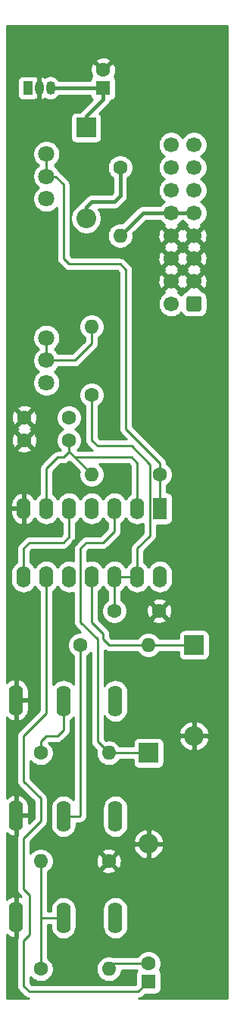
<source format=gbr>
G04 #@! TF.GenerationSoftware,KiCad,Pcbnew,(5.1.9)-1*
G04 #@! TF.CreationDate,2021-05-08T11:48:20+02:00*
G04 #@! TF.ProjectId,APC Eurorack Main,41504320-4575-4726-9f72-61636b204d61,rev?*
G04 #@! TF.SameCoordinates,Original*
G04 #@! TF.FileFunction,Copper,L2,Bot*
G04 #@! TF.FilePolarity,Positive*
%FSLAX46Y46*%
G04 Gerber Fmt 4.6, Leading zero omitted, Abs format (unit mm)*
G04 Created by KiCad (PCBNEW (5.1.9)-1) date 2021-05-08 11:48:20*
%MOMM*%
%LPD*%
G01*
G04 APERTURE LIST*
G04 #@! TA.AperFunction,ComponentPad*
%ADD10O,1.600000X1.600000*%
G04 #@! TD*
G04 #@! TA.AperFunction,ComponentPad*
%ADD11C,1.600000*%
G04 #@! TD*
G04 #@! TA.AperFunction,ComponentPad*
%ADD12C,1.800000*%
G04 #@! TD*
G04 #@! TA.AperFunction,ComponentPad*
%ADD13O,1.600000X3.500000*%
G04 #@! TD*
G04 #@! TA.AperFunction,ComponentPad*
%ADD14C,1.700000*%
G04 #@! TD*
G04 #@! TA.AperFunction,ComponentPad*
%ADD15O,1.600000X2.400000*%
G04 #@! TD*
G04 #@! TA.AperFunction,ComponentPad*
%ADD16R,1.600000X2.400000*%
G04 #@! TD*
G04 #@! TA.AperFunction,ComponentPad*
%ADD17R,1.050000X1.500000*%
G04 #@! TD*
G04 #@! TA.AperFunction,ComponentPad*
%ADD18O,1.050000X1.500000*%
G04 #@! TD*
G04 #@! TA.AperFunction,ComponentPad*
%ADD19O,2.200000X2.200000*%
G04 #@! TD*
G04 #@! TA.AperFunction,ComponentPad*
%ADD20R,2.200000X2.200000*%
G04 #@! TD*
G04 #@! TA.AperFunction,ComponentPad*
%ADD21R,1.600000X1.600000*%
G04 #@! TD*
G04 #@! TA.AperFunction,ViaPad*
%ADD22C,0.800000*%
G04 #@! TD*
G04 #@! TA.AperFunction,Conductor*
%ADD23C,0.250000*%
G04 #@! TD*
G04 #@! TA.AperFunction,Conductor*
%ADD24C,0.400000*%
G04 #@! TD*
G04 #@! TA.AperFunction,Conductor*
%ADD25C,0.254000*%
G04 #@! TD*
G04 #@! TA.AperFunction,Conductor*
%ADD26C,0.100000*%
G04 #@! TD*
G04 APERTURE END LIST*
D10*
G04 #@! TO.P,R1,2*
G04 #@! TO.N,Net-(C1-Pad1)*
X10160000Y-50800000D03*
D11*
G04 #@! TO.P,R1,1*
G04 #@! TO.N,Net-(IC2-Pad1)*
X17780000Y-50800000D03*
G04 #@! TD*
D12*
G04 #@! TO.P,R11,1*
G04 #@! TO.N,Net-(R11-Pad1)*
X5080000Y-35560000D03*
G04 #@! TO.P,R11,2*
X5080000Y-38060000D03*
G04 #@! TO.P,R11,3*
G04 #@! TO.N,+VDC*
X5080000Y-40560000D03*
G04 #@! TD*
G04 #@! TO.P,R10,1*
G04 #@! TO.N,Net-(IC2-Pad1)*
X5080000Y-15000000D03*
G04 #@! TO.P,R10,2*
X5080000Y-17500000D03*
G04 #@! TO.P,R10,3*
G04 #@! TO.N,+VDC*
X5080000Y-20000000D03*
G04 #@! TD*
D13*
G04 #@! TO.P,J6,TN*
G04 #@! TO.N,N/C*
X12800000Y-76100000D03*
G04 #@! TO.P,J6,T*
G04 #@! TO.N,Net-(J6-PadT)*
X7000000Y-76100000D03*
G04 #@! TO.P,J6,S*
G04 #@! TO.N,GND*
X1700000Y-76000000D03*
G04 #@! TD*
G04 #@! TO.P,J5,TN*
G04 #@! TO.N,N/C*
X12800000Y-89000000D03*
G04 #@! TO.P,J5,T*
G04 #@! TO.N,Net-(J5-PadT)*
X7000000Y-89000000D03*
G04 #@! TO.P,J5,S*
G04 #@! TO.N,GND*
X1700000Y-88900000D03*
G04 #@! TD*
G04 #@! TO.P,J4,TN*
G04 #@! TO.N,N/C*
X12800000Y-100330000D03*
G04 #@! TO.P,J4,T*
G04 #@! TO.N,Net-(J4-PadT)*
X7000000Y-100330000D03*
G04 #@! TO.P,J4,S*
G04 #@! TO.N,GND*
X1700000Y-100230000D03*
G04 #@! TD*
D10*
G04 #@! TO.P,R9,2*
G04 #@! TO.N,Net-(R11-Pad1)*
X10160000Y-34290000D03*
D11*
G04 #@! TO.P,R9,1*
G04 #@! TO.N,Net-(C2-Pad1)*
X10160000Y-41910000D03*
G04 #@! TD*
D10*
G04 #@! TO.P,R8,2*
G04 #@! TO.N,Net-(D3-Pad1)*
X16510000Y-69850000D03*
D11*
G04 #@! TO.P,R8,1*
G04 #@! TO.N,Net-(J5-PadT)*
X8890000Y-69850000D03*
G04 #@! TD*
D10*
G04 #@! TO.P,R7,2*
G04 #@! TO.N,Net-(D2-Pad1)*
X12065000Y-81915000D03*
D11*
G04 #@! TO.P,R7,1*
G04 #@! TO.N,Net-(J6-PadT)*
X4445000Y-81915000D03*
G04 #@! TD*
D10*
G04 #@! TO.P,R4,2*
G04 #@! TO.N,Net-(C3-Pad2)*
X12065000Y-106045000D03*
D11*
G04 #@! TO.P,R4,1*
G04 #@! TO.N,Net-(J4-PadT)*
X4445000Y-106045000D03*
G04 #@! TD*
D10*
G04 #@! TO.P,R3,2*
G04 #@! TO.N,Net-(J4-PadT)*
X4445000Y-93980000D03*
D11*
G04 #@! TO.P,R3,1*
G04 #@! TO.N,GND*
X12065000Y-93980000D03*
G04 #@! TD*
D10*
G04 #@! TO.P,R2,2*
G04 #@! TO.N,+12V*
X13335000Y-24130000D03*
D11*
G04 #@! TO.P,R2,1*
G04 #@! TO.N,Net-(D1-Pad2)*
X13335000Y-16510000D03*
G04 #@! TD*
D14*
G04 #@! TO.P,J1,16*
G04 #@! TO.N,N/C*
X19050000Y-13970000D03*
G04 #@! TO.P,J1,14*
X19050000Y-16510000D03*
G04 #@! TO.P,J1,12*
X19050000Y-19050000D03*
G04 #@! TO.P,J1,10*
G04 #@! TO.N,+12V*
X19050000Y-21590000D03*
G04 #@! TO.P,J1,8*
G04 #@! TO.N,GND*
X19050000Y-24130000D03*
G04 #@! TO.P,J1,6*
X19050000Y-26670000D03*
G04 #@! TO.P,J1,4*
X19050000Y-29210000D03*
G04 #@! TO.P,J1,2*
G04 #@! TO.N,N/C*
X19050000Y-31750000D03*
G04 #@! TO.P,J1,15*
X21590000Y-13970000D03*
G04 #@! TO.P,J1,13*
X21590000Y-16510000D03*
G04 #@! TO.P,J1,11*
X21590000Y-19050000D03*
G04 #@! TO.P,J1,9*
G04 #@! TO.N,+12V*
X21590000Y-21590000D03*
G04 #@! TO.P,J1,7*
G04 #@! TO.N,GND*
X21590000Y-24130000D03*
G04 #@! TO.P,J1,5*
X21590000Y-26670000D03*
G04 #@! TO.P,J1,3*
X21590000Y-29210000D03*
G04 #@! TO.P,J1,1*
G04 #@! TO.N,N/C*
G04 #@! TA.AperFunction,ComponentPad*
G36*
G01*
X22440000Y-31150000D02*
X22440000Y-32350000D01*
G75*
G02*
X22190000Y-32600000I-250000J0D01*
G01*
X20990000Y-32600000D01*
G75*
G02*
X20740000Y-32350000I0J250000D01*
G01*
X20740000Y-31150000D01*
G75*
G02*
X20990000Y-30900000I250000J0D01*
G01*
X22190000Y-30900000D01*
G75*
G02*
X22440000Y-31150000I0J-250000D01*
G01*
G37*
G04 #@! TD.AperFunction*
G04 #@! TD*
D15*
G04 #@! TO.P,IC2,14*
G04 #@! TO.N,+VDC*
X17780000Y-62230000D03*
G04 #@! TO.P,IC2,7*
G04 #@! TO.N,GND*
X2540000Y-54610000D03*
G04 #@! TO.P,IC2,13*
G04 #@! TO.N,Net-(C2-Pad1)*
X15240000Y-62230000D03*
G04 #@! TO.P,IC2,6*
G04 #@! TO.N,Net-(C1-Pad1)*
X5080000Y-54610000D03*
G04 #@! TO.P,IC2,12*
G04 #@! TO.N,Net-(C2-Pad1)*
X12700000Y-62230000D03*
G04 #@! TO.P,IC2,5*
G04 #@! TO.N,Net-(IC2-Pad5)*
X7620000Y-54610000D03*
G04 #@! TO.P,IC2,11*
G04 #@! TO.N,Net-(D3-Pad1)*
X10160000Y-62230000D03*
G04 #@! TO.P,IC2,4*
G04 #@! TO.N,+VDC*
X10160000Y-54610000D03*
G04 #@! TO.P,IC2,10*
X7620000Y-62230000D03*
G04 #@! TO.P,IC2,3*
G04 #@! TO.N,Net-(D2-Pad1)*
X12700000Y-54610000D03*
G04 #@! TO.P,IC2,9*
G04 #@! TO.N,Net-(C3-Pad1)*
X5080000Y-62230000D03*
G04 #@! TO.P,IC2,2*
G04 #@! TO.N,Net-(C1-Pad1)*
X15240000Y-54610000D03*
G04 #@! TO.P,IC2,8*
G04 #@! TO.N,Net-(IC2-Pad5)*
X2540000Y-62230000D03*
D16*
G04 #@! TO.P,IC2,1*
G04 #@! TO.N,Net-(IC2-Pad1)*
X17780000Y-54610000D03*
G04 #@! TD*
D17*
G04 #@! TO.P,IC1,1*
G04 #@! TO.N,+VDC*
X3000000Y-7620000D03*
D18*
G04 #@! TO.P,IC1,3*
G04 #@! TO.N,Net-(C5-Pad1)*
X5540000Y-7620000D03*
G04 #@! TO.P,IC1,2*
G04 #@! TO.N,GND*
X4270000Y-7620000D03*
G04 #@! TD*
D19*
G04 #@! TO.P,D3,2*
G04 #@! TO.N,GND*
X21590000Y-80010000D03*
D20*
G04 #@! TO.P,D3,1*
G04 #@! TO.N,Net-(D3-Pad1)*
X21590000Y-69850000D03*
G04 #@! TD*
D19*
G04 #@! TO.P,D2,2*
G04 #@! TO.N,GND*
X16510000Y-92075000D03*
D20*
G04 #@! TO.P,D2,1*
G04 #@! TO.N,Net-(D2-Pad1)*
X16510000Y-81915000D03*
G04 #@! TD*
D19*
G04 #@! TO.P,D1,2*
G04 #@! TO.N,Net-(D1-Pad2)*
X9525000Y-22225000D03*
D20*
G04 #@! TO.P,D1,1*
G04 #@! TO.N,Net-(C5-Pad1)*
X9525000Y-12065000D03*
G04 #@! TD*
D11*
G04 #@! TO.P,C5,2*
G04 #@! TO.N,GND*
X11430000Y-5620000D03*
D21*
G04 #@! TO.P,C5,1*
G04 #@! TO.N,Net-(C5-Pad1)*
X11430000Y-7620000D03*
G04 #@! TD*
D11*
G04 #@! TO.P,C4,2*
G04 #@! TO.N,GND*
X2620000Y-44450000D03*
G04 #@! TO.P,C4,1*
G04 #@! TO.N,+VDC*
X7620000Y-44450000D03*
G04 #@! TD*
G04 #@! TO.P,C3,2*
G04 #@! TO.N,Net-(C3-Pad2)*
X16510000Y-105410000D03*
D21*
G04 #@! TO.P,C3,1*
G04 #@! TO.N,Net-(C3-Pad1)*
X16510000Y-107410000D03*
G04 #@! TD*
D11*
G04 #@! TO.P,C2,2*
G04 #@! TO.N,GND*
X17700000Y-66040000D03*
G04 #@! TO.P,C2,1*
G04 #@! TO.N,Net-(C2-Pad1)*
X12700000Y-66040000D03*
G04 #@! TD*
G04 #@! TO.P,C1,2*
G04 #@! TO.N,GND*
X2620000Y-46990000D03*
G04 #@! TO.P,C1,1*
G04 #@! TO.N,Net-(C1-Pad1)*
X7620000Y-46990000D03*
G04 #@! TD*
D22*
G04 #@! TO.N,GND*
X3175000Y-67310000D03*
X6985000Y-67310000D03*
X18415000Y-58420000D03*
X13970000Y-58420000D03*
X8255000Y-58420000D03*
X12065000Y-45720000D03*
X12065000Y-50800000D03*
X10795000Y-84455000D03*
X7620000Y-84455000D03*
G04 #@! TD*
D23*
G04 #@! TO.N,Net-(C1-Pad1)*
X5080000Y-50800000D02*
X5080000Y-50165000D01*
X5080000Y-50165000D02*
X6350000Y-48895000D01*
X6350000Y-48895000D02*
X6985000Y-48895000D01*
X7620000Y-48260000D02*
X7620000Y-46990000D01*
X6985000Y-48895000D02*
X7620000Y-48260000D01*
X5080000Y-54610000D02*
X5080000Y-50800000D01*
X15240000Y-49530000D02*
X15240000Y-54610000D01*
X14605000Y-48895000D02*
X15240000Y-49530000D01*
X8255000Y-48895000D02*
X14605000Y-48895000D01*
X7620000Y-48260000D02*
X8255000Y-48895000D01*
X10160000Y-50800000D02*
X8255000Y-48895000D01*
G04 #@! TO.N,Net-(C2-Pad1)*
X15240000Y-62230000D02*
X12700000Y-62230000D01*
X12700000Y-66040000D02*
X12700000Y-62230000D01*
X10795000Y-47625000D02*
X10160000Y-46990000D01*
X14605000Y-47625000D02*
X10795000Y-47625000D01*
X10160000Y-46990000D02*
X10160000Y-41910000D01*
X16654999Y-49674999D02*
X14605000Y-47625000D01*
X15240000Y-59055000D02*
X16654999Y-57640001D01*
X16654999Y-57640001D02*
X16654999Y-49674999D01*
X15240000Y-62230000D02*
X15240000Y-59055000D01*
G04 #@! TO.N,Net-(C3-Pad2)*
X12700000Y-105410000D02*
X12065000Y-106045000D01*
X16510000Y-105410000D02*
X12700000Y-105410000D01*
G04 #@! TO.N,Net-(C3-Pad1)*
X5080000Y-62230000D02*
X5080000Y-77470000D01*
X5080000Y-77470000D02*
X2540000Y-80010000D01*
X2540000Y-80010000D02*
X2540000Y-85090000D01*
X4445000Y-86995000D02*
X4445000Y-89535000D01*
X2540000Y-85090000D02*
X4445000Y-86995000D01*
X4445000Y-89535000D02*
X2540000Y-91440000D01*
X2540000Y-91440000D02*
X2540000Y-97155000D01*
X2540000Y-97155000D02*
X3175000Y-97790000D01*
X3175000Y-97790000D02*
X3175000Y-102235000D01*
X3175000Y-102235000D02*
X2540000Y-102870000D01*
X2540000Y-102870000D02*
X2540000Y-107950000D01*
X2540000Y-107950000D02*
X3175000Y-108585000D01*
X15335000Y-108585000D02*
X16510000Y-107410000D01*
X3175000Y-108585000D02*
X15335000Y-108585000D01*
D24*
G04 #@! TO.N,Net-(C5-Pad1)*
X9525000Y-12065000D02*
X9525000Y-10795000D01*
X9525000Y-10795000D02*
X11430000Y-8890000D01*
X11430000Y-8890000D02*
X11430000Y-7620000D01*
X11430000Y-7620000D02*
X5540000Y-7620000D01*
G04 #@! TO.N,Net-(D1-Pad2)*
X13335000Y-19685000D02*
X13335000Y-16510000D01*
X12700000Y-20320000D02*
X13335000Y-19685000D01*
X10160000Y-20320000D02*
X12700000Y-20320000D01*
X9525000Y-20955000D02*
X10160000Y-20320000D01*
X9525000Y-22225000D02*
X9525000Y-20955000D01*
D23*
G04 #@! TO.N,Net-(D2-Pad1)*
X16510000Y-81915000D02*
X12065000Y-81915000D01*
X10795000Y-80645000D02*
X12065000Y-81915000D01*
X10795000Y-69215000D02*
X10795000Y-80645000D01*
X8890000Y-59055000D02*
X8890000Y-67310000D01*
X9525000Y-58420000D02*
X8890000Y-59055000D01*
X11430000Y-58420000D02*
X9525000Y-58420000D01*
X8890000Y-67310000D02*
X10795000Y-69215000D01*
X12700000Y-57150000D02*
X11430000Y-58420000D01*
X12700000Y-54610000D02*
X12700000Y-57150000D01*
G04 #@! TO.N,Net-(D3-Pad1)*
X16510000Y-69850000D02*
X21590000Y-69850000D01*
X11430000Y-69215000D02*
X12065000Y-69850000D01*
X11430000Y-68580000D02*
X11430000Y-69215000D01*
X10160000Y-67310000D02*
X11430000Y-68580000D01*
X12065000Y-69850000D02*
X16510000Y-69850000D01*
X10160000Y-62230000D02*
X10160000Y-67310000D01*
G04 #@! TO.N,Net-(IC2-Pad5)*
X2540000Y-62230000D02*
X2540000Y-59055000D01*
X2540000Y-59055000D02*
X3175000Y-58420000D01*
X3175000Y-58420000D02*
X6985000Y-58420000D01*
X7620000Y-57785000D02*
X7620000Y-54610000D01*
X6985000Y-58420000D02*
X7620000Y-57785000D01*
G04 #@! TO.N,Net-(IC2-Pad1)*
X17780000Y-54610000D02*
X17780000Y-50800000D01*
X5080000Y-15000000D02*
X5080000Y-17500000D01*
X6070000Y-17500000D02*
X5080000Y-17500000D01*
X6985000Y-18415000D02*
X6070000Y-17500000D01*
X6985000Y-26670000D02*
X6985000Y-18415000D01*
X7620000Y-27305000D02*
X6985000Y-26670000D01*
X13335000Y-27305000D02*
X7620000Y-27305000D01*
X13970000Y-27940000D02*
X13335000Y-27305000D01*
X13970000Y-45720000D02*
X13970000Y-27940000D01*
X17780000Y-49530000D02*
X13970000Y-45720000D01*
X17780000Y-50800000D02*
X17780000Y-49530000D01*
D24*
G04 #@! TO.N,+12V*
X21590000Y-21590000D02*
X19050000Y-21590000D01*
X13335000Y-24130000D02*
X15875000Y-21590000D01*
X15875000Y-21590000D02*
X19050000Y-21590000D01*
D23*
G04 #@! TO.N,Net-(J4-PadT)*
X7000000Y-100330000D02*
X5080000Y-100330000D01*
X4445000Y-100330000D02*
X5080000Y-100330000D01*
X4445000Y-106045000D02*
X4445000Y-100330000D01*
X4445000Y-100330000D02*
X4445000Y-93980000D01*
G04 #@! TO.N,Net-(J5-PadT)*
X8890000Y-88900000D02*
X8890000Y-69850000D01*
X8790000Y-89000000D02*
X8890000Y-88900000D01*
X7000000Y-89000000D02*
X8790000Y-89000000D01*
G04 #@! TO.N,Net-(J6-PadT)*
X4445000Y-81915000D02*
X4445000Y-80645000D01*
X4445000Y-80645000D02*
X5080000Y-80010000D01*
X5080000Y-80010000D02*
X6350000Y-80010000D01*
X7000000Y-79360000D02*
X6350000Y-80010000D01*
X7000000Y-76100000D02*
X7000000Y-79360000D01*
G04 #@! TO.N,Net-(R11-Pad1)*
X10160000Y-36195000D02*
X10160000Y-34290000D01*
X8295000Y-38060000D02*
X10160000Y-36195000D01*
X5080000Y-38060000D02*
X8295000Y-38060000D01*
X5080000Y-35560000D02*
X5080000Y-38060000D01*
G04 #@! TD*
D25*
G04 #@! TO.N,GND*
X25340001Y-109340000D02*
X15423098Y-109340000D01*
X15483986Y-109334003D01*
X15627247Y-109290546D01*
X15759276Y-109219974D01*
X15875001Y-109125001D01*
X15898804Y-109095997D01*
X16146729Y-108848072D01*
X17310000Y-108848072D01*
X17434482Y-108835812D01*
X17554180Y-108799502D01*
X17664494Y-108740537D01*
X17761185Y-108661185D01*
X17840537Y-108564494D01*
X17899502Y-108454180D01*
X17935812Y-108334482D01*
X17948072Y-108210000D01*
X17948072Y-106610000D01*
X17935812Y-106485518D01*
X17899502Y-106365820D01*
X17840537Y-106255506D01*
X17761185Y-106158815D01*
X17744607Y-106145210D01*
X17781680Y-106089727D01*
X17889853Y-105828574D01*
X17945000Y-105551335D01*
X17945000Y-105268665D01*
X17889853Y-104991426D01*
X17781680Y-104730273D01*
X17624637Y-104495241D01*
X17424759Y-104295363D01*
X17189727Y-104138320D01*
X16928574Y-104030147D01*
X16651335Y-103975000D01*
X16368665Y-103975000D01*
X16091426Y-104030147D01*
X15830273Y-104138320D01*
X15595241Y-104295363D01*
X15395363Y-104495241D01*
X15291957Y-104650000D01*
X12737333Y-104650000D01*
X12700000Y-104646323D01*
X12662667Y-104650000D01*
X12551014Y-104660997D01*
X12506300Y-104674561D01*
X12483574Y-104665147D01*
X12206335Y-104610000D01*
X11923665Y-104610000D01*
X11646426Y-104665147D01*
X11385273Y-104773320D01*
X11150241Y-104930363D01*
X10950363Y-105130241D01*
X10793320Y-105365273D01*
X10685147Y-105626426D01*
X10630000Y-105903665D01*
X10630000Y-106186335D01*
X10685147Y-106463574D01*
X10793320Y-106724727D01*
X10950363Y-106959759D01*
X11150241Y-107159637D01*
X11385273Y-107316680D01*
X11646426Y-107424853D01*
X11923665Y-107480000D01*
X12206335Y-107480000D01*
X12483574Y-107424853D01*
X12744727Y-107316680D01*
X12979759Y-107159637D01*
X13179637Y-106959759D01*
X13336680Y-106724727D01*
X13444853Y-106463574D01*
X13500000Y-106186335D01*
X13500000Y-106170000D01*
X15249636Y-106170000D01*
X15179463Y-106255506D01*
X15120498Y-106365820D01*
X15084188Y-106485518D01*
X15071928Y-106610000D01*
X15071928Y-107773271D01*
X15020199Y-107825000D01*
X3489802Y-107825000D01*
X3300000Y-107635199D01*
X3300000Y-106914317D01*
X3330363Y-106959759D01*
X3530241Y-107159637D01*
X3765273Y-107316680D01*
X4026426Y-107424853D01*
X4303665Y-107480000D01*
X4586335Y-107480000D01*
X4863574Y-107424853D01*
X5124727Y-107316680D01*
X5359759Y-107159637D01*
X5559637Y-106959759D01*
X5716680Y-106724727D01*
X5824853Y-106463574D01*
X5880000Y-106186335D01*
X5880000Y-105903665D01*
X5824853Y-105626426D01*
X5716680Y-105365273D01*
X5559637Y-105130241D01*
X5359759Y-104930363D01*
X5205000Y-104826957D01*
X5205000Y-101090000D01*
X5565001Y-101090000D01*
X5565001Y-101350492D01*
X5585765Y-101561309D01*
X5667819Y-101831808D01*
X5801069Y-102081101D01*
X5980393Y-102299608D01*
X6198900Y-102478932D01*
X6448193Y-102612182D01*
X6718692Y-102694236D01*
X7000000Y-102721943D01*
X7281309Y-102694236D01*
X7551808Y-102612182D01*
X7801101Y-102478932D01*
X8019608Y-102299608D01*
X8198932Y-102081101D01*
X8332182Y-101831808D01*
X8414236Y-101561309D01*
X8435000Y-101350492D01*
X8435000Y-99309509D01*
X11365000Y-99309509D01*
X11365001Y-101350492D01*
X11385765Y-101561309D01*
X11467819Y-101831808D01*
X11601069Y-102081101D01*
X11780393Y-102299608D01*
X11998900Y-102478932D01*
X12248193Y-102612182D01*
X12518692Y-102694236D01*
X12800000Y-102721943D01*
X13081309Y-102694236D01*
X13351808Y-102612182D01*
X13601101Y-102478932D01*
X13819608Y-102299608D01*
X13998932Y-102081101D01*
X14132182Y-101831808D01*
X14214236Y-101561309D01*
X14235000Y-101350492D01*
X14235000Y-99309508D01*
X14214236Y-99098691D01*
X14132182Y-98828192D01*
X13998932Y-98578899D01*
X13819607Y-98360392D01*
X13601100Y-98181068D01*
X13351807Y-98047818D01*
X13081308Y-97965764D01*
X12800000Y-97938057D01*
X12518691Y-97965764D01*
X12248192Y-98047818D01*
X11998899Y-98181068D01*
X11780392Y-98360393D01*
X11601068Y-98578900D01*
X11467818Y-98828193D01*
X11385764Y-99098692D01*
X11365000Y-99309509D01*
X8435000Y-99309509D01*
X8435000Y-99309508D01*
X8414236Y-99098691D01*
X8332182Y-98828192D01*
X8198932Y-98578899D01*
X8019607Y-98360392D01*
X7801100Y-98181068D01*
X7551807Y-98047818D01*
X7281308Y-97965764D01*
X7000000Y-97938057D01*
X6718691Y-97965764D01*
X6448192Y-98047818D01*
X6198899Y-98181068D01*
X5980392Y-98360393D01*
X5801068Y-98578900D01*
X5667818Y-98828193D01*
X5585764Y-99098692D01*
X5565000Y-99309509D01*
X5565000Y-99570000D01*
X5205000Y-99570000D01*
X5205000Y-95198043D01*
X5359759Y-95094637D01*
X5481694Y-94972702D01*
X11251903Y-94972702D01*
X11323486Y-95216671D01*
X11578996Y-95337571D01*
X11853184Y-95406300D01*
X12135512Y-95420217D01*
X12415130Y-95378787D01*
X12681292Y-95283603D01*
X12806514Y-95216671D01*
X12878097Y-94972702D01*
X12065000Y-94159605D01*
X11251903Y-94972702D01*
X5481694Y-94972702D01*
X5559637Y-94894759D01*
X5716680Y-94659727D01*
X5824853Y-94398574D01*
X5880000Y-94121335D01*
X5880000Y-94050512D01*
X10624783Y-94050512D01*
X10666213Y-94330130D01*
X10761397Y-94596292D01*
X10828329Y-94721514D01*
X11072298Y-94793097D01*
X11885395Y-93980000D01*
X12244605Y-93980000D01*
X13057702Y-94793097D01*
X13301671Y-94721514D01*
X13422571Y-94466004D01*
X13491300Y-94191816D01*
X13505217Y-93909488D01*
X13463787Y-93629870D01*
X13368603Y-93363708D01*
X13301671Y-93238486D01*
X13057702Y-93166903D01*
X12244605Y-93980000D01*
X11885395Y-93980000D01*
X11072298Y-93166903D01*
X10828329Y-93238486D01*
X10707429Y-93493996D01*
X10638700Y-93768184D01*
X10624783Y-94050512D01*
X5880000Y-94050512D01*
X5880000Y-93838665D01*
X5824853Y-93561426D01*
X5716680Y-93300273D01*
X5559637Y-93065241D01*
X5481694Y-92987298D01*
X11251903Y-92987298D01*
X12065000Y-93800395D01*
X12878097Y-92987298D01*
X12806514Y-92743329D01*
X12551004Y-92622429D01*
X12276816Y-92553700D01*
X11994488Y-92539783D01*
X11714870Y-92581213D01*
X11448708Y-92676397D01*
X11323486Y-92743329D01*
X11251903Y-92987298D01*
X5481694Y-92987298D01*
X5359759Y-92865363D01*
X5124727Y-92708320D01*
X4863574Y-92600147D01*
X4586335Y-92545000D01*
X4303665Y-92545000D01*
X4026426Y-92600147D01*
X3765273Y-92708320D01*
X3530241Y-92865363D01*
X3330363Y-93065241D01*
X3300000Y-93110683D01*
X3300000Y-92471123D01*
X14820821Y-92471123D01*
X14930558Y-92793054D01*
X15100992Y-93087391D01*
X15325573Y-93342822D01*
X15595671Y-93549531D01*
X15900906Y-93699575D01*
X16113878Y-93764175D01*
X16383000Y-93646125D01*
X16383000Y-92202000D01*
X16637000Y-92202000D01*
X16637000Y-93646125D01*
X16906122Y-93764175D01*
X17119094Y-93699575D01*
X17424329Y-93549531D01*
X17694427Y-93342822D01*
X17919008Y-93087391D01*
X18089442Y-92793054D01*
X18199179Y-92471123D01*
X18081600Y-92202000D01*
X16637000Y-92202000D01*
X16383000Y-92202000D01*
X14938400Y-92202000D01*
X14820821Y-92471123D01*
X3300000Y-92471123D01*
X3300000Y-91754801D01*
X3375924Y-91678877D01*
X14820821Y-91678877D01*
X14938400Y-91948000D01*
X16383000Y-91948000D01*
X16383000Y-90503875D01*
X16637000Y-90503875D01*
X16637000Y-91948000D01*
X18081600Y-91948000D01*
X18199179Y-91678877D01*
X18089442Y-91356946D01*
X17919008Y-91062609D01*
X17694427Y-90807178D01*
X17424329Y-90600469D01*
X17119094Y-90450425D01*
X16906122Y-90385825D01*
X16637000Y-90503875D01*
X16383000Y-90503875D01*
X16113878Y-90385825D01*
X15900906Y-90450425D01*
X15595671Y-90600469D01*
X15325573Y-90807178D01*
X15100992Y-91062609D01*
X14930558Y-91356946D01*
X14820821Y-91678877D01*
X3375924Y-91678877D01*
X4956003Y-90098799D01*
X4985001Y-90075001D01*
X5079974Y-89959276D01*
X5150546Y-89827247D01*
X5194003Y-89683986D01*
X5205000Y-89572333D01*
X5205000Y-89572323D01*
X5208676Y-89535000D01*
X5205000Y-89497677D01*
X5205000Y-87032323D01*
X5208676Y-86995000D01*
X5205000Y-86957677D01*
X5205000Y-86957667D01*
X5194003Y-86846014D01*
X5150546Y-86702753D01*
X5079974Y-86570724D01*
X4985001Y-86454999D01*
X4956004Y-86431202D01*
X3300000Y-84775199D01*
X3300000Y-82784317D01*
X3330363Y-82829759D01*
X3530241Y-83029637D01*
X3765273Y-83186680D01*
X4026426Y-83294853D01*
X4303665Y-83350000D01*
X4586335Y-83350000D01*
X4863574Y-83294853D01*
X5124727Y-83186680D01*
X5359759Y-83029637D01*
X5559637Y-82829759D01*
X5716680Y-82594727D01*
X5824853Y-82333574D01*
X5880000Y-82056335D01*
X5880000Y-81773665D01*
X5824853Y-81496426D01*
X5716680Y-81235273D01*
X5559637Y-81000241D01*
X5362099Y-80802703D01*
X5394802Y-80770000D01*
X6312678Y-80770000D01*
X6350000Y-80773676D01*
X6387322Y-80770000D01*
X6387333Y-80770000D01*
X6498986Y-80759003D01*
X6642247Y-80715546D01*
X6774276Y-80644974D01*
X6890001Y-80550001D01*
X6913803Y-80520998D01*
X7511002Y-79923800D01*
X7540001Y-79900001D01*
X7634974Y-79784276D01*
X7705546Y-79652247D01*
X7749003Y-79508986D01*
X7760000Y-79397333D01*
X7760000Y-79397323D01*
X7763676Y-79360000D01*
X7760000Y-79322677D01*
X7760000Y-78270901D01*
X7801101Y-78248932D01*
X8019608Y-78069608D01*
X8130001Y-77935094D01*
X8130000Y-87164906D01*
X8019607Y-87030392D01*
X7801100Y-86851068D01*
X7551807Y-86717818D01*
X7281308Y-86635764D01*
X7000000Y-86608057D01*
X6718691Y-86635764D01*
X6448192Y-86717818D01*
X6198899Y-86851068D01*
X5980392Y-87030393D01*
X5801068Y-87248900D01*
X5667818Y-87498193D01*
X5585764Y-87768692D01*
X5565000Y-87979509D01*
X5565001Y-90020492D01*
X5585765Y-90231309D01*
X5667819Y-90501808D01*
X5801069Y-90751101D01*
X5980393Y-90969608D01*
X6198900Y-91148932D01*
X6448193Y-91282182D01*
X6718692Y-91364236D01*
X7000000Y-91391943D01*
X7281309Y-91364236D01*
X7551808Y-91282182D01*
X7801101Y-91148932D01*
X8019608Y-90969608D01*
X8198932Y-90751101D01*
X8332182Y-90501808D01*
X8414236Y-90231309D01*
X8435000Y-90020492D01*
X8435000Y-89760000D01*
X8752678Y-89760000D01*
X8790000Y-89763676D01*
X8827322Y-89760000D01*
X8827333Y-89760000D01*
X8938986Y-89749003D01*
X9082247Y-89705546D01*
X9214276Y-89634974D01*
X9330001Y-89540001D01*
X9353804Y-89510997D01*
X9400998Y-89463803D01*
X9430001Y-89440001D01*
X9524974Y-89324276D01*
X9595546Y-89192247D01*
X9639003Y-89048986D01*
X9650000Y-88937333D01*
X9650000Y-88937323D01*
X9653676Y-88900001D01*
X9650000Y-88862678D01*
X9650000Y-87979509D01*
X11365000Y-87979509D01*
X11365001Y-90020492D01*
X11385765Y-90231309D01*
X11467819Y-90501808D01*
X11601069Y-90751101D01*
X11780393Y-90969608D01*
X11998900Y-91148932D01*
X12248193Y-91282182D01*
X12518692Y-91364236D01*
X12800000Y-91391943D01*
X13081309Y-91364236D01*
X13351808Y-91282182D01*
X13601101Y-91148932D01*
X13819608Y-90969608D01*
X13998932Y-90751101D01*
X14132182Y-90501808D01*
X14214236Y-90231309D01*
X14235000Y-90020492D01*
X14235000Y-87979508D01*
X14214236Y-87768691D01*
X14132182Y-87498192D01*
X13998932Y-87248899D01*
X13819607Y-87030392D01*
X13601100Y-86851068D01*
X13351807Y-86717818D01*
X13081308Y-86635764D01*
X12800000Y-86608057D01*
X12518691Y-86635764D01*
X12248192Y-86717818D01*
X11998899Y-86851068D01*
X11780392Y-87030393D01*
X11601068Y-87248900D01*
X11467818Y-87498193D01*
X11385764Y-87768692D01*
X11365000Y-87979509D01*
X9650000Y-87979509D01*
X9650000Y-71068043D01*
X9804759Y-70964637D01*
X10004637Y-70764759D01*
X10035000Y-70719317D01*
X10035001Y-80607667D01*
X10031324Y-80645000D01*
X10035001Y-80682333D01*
X10045998Y-80793986D01*
X10059180Y-80837442D01*
X10089454Y-80937246D01*
X10160026Y-81069276D01*
X10230379Y-81155000D01*
X10255000Y-81185001D01*
X10283998Y-81208799D01*
X10666312Y-81591114D01*
X10630000Y-81773665D01*
X10630000Y-82056335D01*
X10685147Y-82333574D01*
X10793320Y-82594727D01*
X10950363Y-82829759D01*
X11150241Y-83029637D01*
X11385273Y-83186680D01*
X11646426Y-83294853D01*
X11923665Y-83350000D01*
X12206335Y-83350000D01*
X12483574Y-83294853D01*
X12744727Y-83186680D01*
X12979759Y-83029637D01*
X13179637Y-82829759D01*
X13283043Y-82675000D01*
X14771928Y-82675000D01*
X14771928Y-83015000D01*
X14784188Y-83139482D01*
X14820498Y-83259180D01*
X14879463Y-83369494D01*
X14958815Y-83466185D01*
X15055506Y-83545537D01*
X15165820Y-83604502D01*
X15285518Y-83640812D01*
X15410000Y-83653072D01*
X17610000Y-83653072D01*
X17734482Y-83640812D01*
X17854180Y-83604502D01*
X17964494Y-83545537D01*
X18061185Y-83466185D01*
X18140537Y-83369494D01*
X18199502Y-83259180D01*
X18235812Y-83139482D01*
X18248072Y-83015000D01*
X18248072Y-80815000D01*
X18235812Y-80690518D01*
X18199502Y-80570820D01*
X18140537Y-80460506D01*
X18095907Y-80406123D01*
X19900821Y-80406123D01*
X20010558Y-80728054D01*
X20180992Y-81022391D01*
X20405573Y-81277822D01*
X20675671Y-81484531D01*
X20980906Y-81634575D01*
X21193878Y-81699175D01*
X21463000Y-81581125D01*
X21463000Y-80137000D01*
X21717000Y-80137000D01*
X21717000Y-81581125D01*
X21986122Y-81699175D01*
X22199094Y-81634575D01*
X22504329Y-81484531D01*
X22774427Y-81277822D01*
X22999008Y-81022391D01*
X23169442Y-80728054D01*
X23279179Y-80406123D01*
X23161600Y-80137000D01*
X21717000Y-80137000D01*
X21463000Y-80137000D01*
X20018400Y-80137000D01*
X19900821Y-80406123D01*
X18095907Y-80406123D01*
X18061185Y-80363815D01*
X17964494Y-80284463D01*
X17854180Y-80225498D01*
X17734482Y-80189188D01*
X17610000Y-80176928D01*
X15410000Y-80176928D01*
X15285518Y-80189188D01*
X15165820Y-80225498D01*
X15055506Y-80284463D01*
X14958815Y-80363815D01*
X14879463Y-80460506D01*
X14820498Y-80570820D01*
X14784188Y-80690518D01*
X14771928Y-80815000D01*
X14771928Y-81155000D01*
X13283043Y-81155000D01*
X13179637Y-81000241D01*
X12979759Y-80800363D01*
X12744727Y-80643320D01*
X12483574Y-80535147D01*
X12206335Y-80480000D01*
X11923665Y-80480000D01*
X11741114Y-80516312D01*
X11555000Y-80330199D01*
X11555000Y-79613877D01*
X19900821Y-79613877D01*
X20018400Y-79883000D01*
X21463000Y-79883000D01*
X21463000Y-78438875D01*
X21717000Y-78438875D01*
X21717000Y-79883000D01*
X23161600Y-79883000D01*
X23279179Y-79613877D01*
X23169442Y-79291946D01*
X22999008Y-78997609D01*
X22774427Y-78742178D01*
X22504329Y-78535469D01*
X22199094Y-78385425D01*
X21986122Y-78320825D01*
X21717000Y-78438875D01*
X21463000Y-78438875D01*
X21193878Y-78320825D01*
X20980906Y-78385425D01*
X20675671Y-78535469D01*
X20405573Y-78742178D01*
X20180992Y-78997609D01*
X20010558Y-79291946D01*
X19900821Y-79613877D01*
X11555000Y-79613877D01*
X11555000Y-77764912D01*
X11601069Y-77851101D01*
X11780393Y-78069608D01*
X11998900Y-78248932D01*
X12248193Y-78382182D01*
X12518692Y-78464236D01*
X12800000Y-78491943D01*
X13081309Y-78464236D01*
X13351808Y-78382182D01*
X13601101Y-78248932D01*
X13819608Y-78069608D01*
X13998932Y-77851101D01*
X14132182Y-77601808D01*
X14214236Y-77331309D01*
X14235000Y-77120492D01*
X14235000Y-75079508D01*
X14214236Y-74868691D01*
X14132182Y-74598192D01*
X13998932Y-74348899D01*
X13819607Y-74130392D01*
X13601100Y-73951068D01*
X13351807Y-73817818D01*
X13081308Y-73735764D01*
X12800000Y-73708057D01*
X12518691Y-73735764D01*
X12248192Y-73817818D01*
X11998899Y-73951068D01*
X11780392Y-74130393D01*
X11601068Y-74348900D01*
X11555000Y-74435087D01*
X11555000Y-70414622D01*
X11640724Y-70484974D01*
X11772753Y-70555546D01*
X11916014Y-70599003D01*
X12065000Y-70613677D01*
X12102333Y-70610000D01*
X15291957Y-70610000D01*
X15395363Y-70764759D01*
X15595241Y-70964637D01*
X15830273Y-71121680D01*
X16091426Y-71229853D01*
X16368665Y-71285000D01*
X16651335Y-71285000D01*
X16928574Y-71229853D01*
X17189727Y-71121680D01*
X17424759Y-70964637D01*
X17624637Y-70764759D01*
X17728043Y-70610000D01*
X19851928Y-70610000D01*
X19851928Y-70950000D01*
X19864188Y-71074482D01*
X19900498Y-71194180D01*
X19959463Y-71304494D01*
X20038815Y-71401185D01*
X20135506Y-71480537D01*
X20245820Y-71539502D01*
X20365518Y-71575812D01*
X20490000Y-71588072D01*
X22690000Y-71588072D01*
X22814482Y-71575812D01*
X22934180Y-71539502D01*
X23044494Y-71480537D01*
X23141185Y-71401185D01*
X23220537Y-71304494D01*
X23279502Y-71194180D01*
X23315812Y-71074482D01*
X23328072Y-70950000D01*
X23328072Y-68750000D01*
X23315812Y-68625518D01*
X23279502Y-68505820D01*
X23220537Y-68395506D01*
X23141185Y-68298815D01*
X23044494Y-68219463D01*
X22934180Y-68160498D01*
X22814482Y-68124188D01*
X22690000Y-68111928D01*
X20490000Y-68111928D01*
X20365518Y-68124188D01*
X20245820Y-68160498D01*
X20135506Y-68219463D01*
X20038815Y-68298815D01*
X19959463Y-68395506D01*
X19900498Y-68505820D01*
X19864188Y-68625518D01*
X19851928Y-68750000D01*
X19851928Y-69090000D01*
X17728043Y-69090000D01*
X17624637Y-68935241D01*
X17424759Y-68735363D01*
X17189727Y-68578320D01*
X16928574Y-68470147D01*
X16651335Y-68415000D01*
X16368665Y-68415000D01*
X16091426Y-68470147D01*
X15830273Y-68578320D01*
X15595241Y-68735363D01*
X15395363Y-68935241D01*
X15291957Y-69090000D01*
X12379802Y-69090000D01*
X12190000Y-68900199D01*
X12190000Y-68617322D01*
X12193676Y-68579999D01*
X12190000Y-68542676D01*
X12190000Y-68542667D01*
X12179003Y-68431014D01*
X12135546Y-68287753D01*
X12064974Y-68155724D01*
X11970001Y-68039999D01*
X11941004Y-68016202D01*
X10920000Y-66995199D01*
X10920000Y-63850900D01*
X10961100Y-63828932D01*
X11179607Y-63649608D01*
X11358932Y-63431101D01*
X11430000Y-63298142D01*
X11501068Y-63431100D01*
X11680392Y-63649607D01*
X11898899Y-63828932D01*
X11940001Y-63850901D01*
X11940000Y-64821956D01*
X11785241Y-64925363D01*
X11585363Y-65125241D01*
X11428320Y-65360273D01*
X11320147Y-65621426D01*
X11265000Y-65898665D01*
X11265000Y-66181335D01*
X11320147Y-66458574D01*
X11428320Y-66719727D01*
X11585363Y-66954759D01*
X11785241Y-67154637D01*
X12020273Y-67311680D01*
X12281426Y-67419853D01*
X12558665Y-67475000D01*
X12841335Y-67475000D01*
X13118574Y-67419853D01*
X13379727Y-67311680D01*
X13614759Y-67154637D01*
X13736694Y-67032702D01*
X16886903Y-67032702D01*
X16958486Y-67276671D01*
X17213996Y-67397571D01*
X17488184Y-67466300D01*
X17770512Y-67480217D01*
X18050130Y-67438787D01*
X18316292Y-67343603D01*
X18441514Y-67276671D01*
X18513097Y-67032702D01*
X17700000Y-66219605D01*
X16886903Y-67032702D01*
X13736694Y-67032702D01*
X13814637Y-66954759D01*
X13971680Y-66719727D01*
X14079853Y-66458574D01*
X14135000Y-66181335D01*
X14135000Y-66110512D01*
X16259783Y-66110512D01*
X16301213Y-66390130D01*
X16396397Y-66656292D01*
X16463329Y-66781514D01*
X16707298Y-66853097D01*
X17520395Y-66040000D01*
X17879605Y-66040000D01*
X18692702Y-66853097D01*
X18936671Y-66781514D01*
X19057571Y-66526004D01*
X19126300Y-66251816D01*
X19140217Y-65969488D01*
X19098787Y-65689870D01*
X19003603Y-65423708D01*
X18936671Y-65298486D01*
X18692702Y-65226903D01*
X17879605Y-66040000D01*
X17520395Y-66040000D01*
X16707298Y-65226903D01*
X16463329Y-65298486D01*
X16342429Y-65553996D01*
X16273700Y-65828184D01*
X16259783Y-66110512D01*
X14135000Y-66110512D01*
X14135000Y-65898665D01*
X14079853Y-65621426D01*
X13971680Y-65360273D01*
X13814637Y-65125241D01*
X13736694Y-65047298D01*
X16886903Y-65047298D01*
X17700000Y-65860395D01*
X18513097Y-65047298D01*
X18441514Y-64803329D01*
X18186004Y-64682429D01*
X17911816Y-64613700D01*
X17629488Y-64599783D01*
X17349870Y-64641213D01*
X17083708Y-64736397D01*
X16958486Y-64803329D01*
X16886903Y-65047298D01*
X13736694Y-65047298D01*
X13614759Y-64925363D01*
X13460000Y-64821957D01*
X13460000Y-63850900D01*
X13501100Y-63828932D01*
X13719607Y-63649608D01*
X13898932Y-63431101D01*
X13970000Y-63298142D01*
X14041068Y-63431100D01*
X14220392Y-63649607D01*
X14438899Y-63828932D01*
X14688192Y-63962182D01*
X14958691Y-64044236D01*
X15240000Y-64071943D01*
X15521308Y-64044236D01*
X15791807Y-63962182D01*
X16041100Y-63828932D01*
X16259607Y-63649608D01*
X16438932Y-63431101D01*
X16510000Y-63298142D01*
X16581068Y-63431100D01*
X16760392Y-63649607D01*
X16978899Y-63828932D01*
X17228192Y-63962182D01*
X17498691Y-64044236D01*
X17780000Y-64071943D01*
X18061308Y-64044236D01*
X18331807Y-63962182D01*
X18581100Y-63828932D01*
X18799607Y-63649608D01*
X18978932Y-63431101D01*
X19112182Y-63181808D01*
X19194236Y-62911309D01*
X19215000Y-62700492D01*
X19215000Y-61759509D01*
X19194236Y-61548691D01*
X19112182Y-61278192D01*
X18978932Y-61028899D01*
X18799608Y-60810392D01*
X18581101Y-60631068D01*
X18331808Y-60497818D01*
X18061309Y-60415764D01*
X17780000Y-60388057D01*
X17498692Y-60415764D01*
X17228193Y-60497818D01*
X16978900Y-60631068D01*
X16760393Y-60810392D01*
X16581068Y-61028899D01*
X16510000Y-61161858D01*
X16438932Y-61028899D01*
X16259608Y-60810392D01*
X16041101Y-60631068D01*
X16000000Y-60609099D01*
X16000000Y-59369801D01*
X17166003Y-58203799D01*
X17195000Y-58180002D01*
X17289973Y-58064277D01*
X17360545Y-57932248D01*
X17404002Y-57788987D01*
X17414999Y-57677334D01*
X17414999Y-57677326D01*
X17418675Y-57640001D01*
X17414999Y-57602676D01*
X17414999Y-56448072D01*
X18580000Y-56448072D01*
X18704482Y-56435812D01*
X18824180Y-56399502D01*
X18934494Y-56340537D01*
X19031185Y-56261185D01*
X19110537Y-56164494D01*
X19169502Y-56054180D01*
X19205812Y-55934482D01*
X19218072Y-55810000D01*
X19218072Y-53410000D01*
X19205812Y-53285518D01*
X19169502Y-53165820D01*
X19110537Y-53055506D01*
X19031185Y-52958815D01*
X18934494Y-52879463D01*
X18824180Y-52820498D01*
X18704482Y-52784188D01*
X18580000Y-52771928D01*
X18540000Y-52771928D01*
X18540000Y-52018043D01*
X18694759Y-51914637D01*
X18894637Y-51714759D01*
X19051680Y-51479727D01*
X19159853Y-51218574D01*
X19215000Y-50941335D01*
X19215000Y-50658665D01*
X19159853Y-50381426D01*
X19051680Y-50120273D01*
X18894637Y-49885241D01*
X18694759Y-49685363D01*
X18540000Y-49581957D01*
X18540000Y-49567325D01*
X18543676Y-49530000D01*
X18540000Y-49492675D01*
X18540000Y-49492667D01*
X18529003Y-49381014D01*
X18485546Y-49237753D01*
X18414974Y-49105724D01*
X18320001Y-48989999D01*
X18291003Y-48966201D01*
X14730000Y-45405199D01*
X14730000Y-31603740D01*
X17565000Y-31603740D01*
X17565000Y-31896260D01*
X17622068Y-32183158D01*
X17734010Y-32453411D01*
X17896525Y-32696632D01*
X18103368Y-32903475D01*
X18346589Y-33065990D01*
X18616842Y-33177932D01*
X18903740Y-33235000D01*
X19196260Y-33235000D01*
X19483158Y-33177932D01*
X19753411Y-33065990D01*
X19996632Y-32903475D01*
X20183715Y-32716392D01*
X20251595Y-32843386D01*
X20362038Y-32977962D01*
X20496614Y-33088405D01*
X20650150Y-33170472D01*
X20816746Y-33221008D01*
X20990000Y-33238072D01*
X22190000Y-33238072D01*
X22363254Y-33221008D01*
X22529850Y-33170472D01*
X22683386Y-33088405D01*
X22817962Y-32977962D01*
X22928405Y-32843386D01*
X23010472Y-32689850D01*
X23061008Y-32523254D01*
X23078072Y-32350000D01*
X23078072Y-31150000D01*
X23061008Y-30976746D01*
X23010472Y-30810150D01*
X22928405Y-30656614D01*
X22817962Y-30522038D01*
X22683386Y-30411595D01*
X22529850Y-30329528D01*
X22420707Y-30296420D01*
X22438792Y-30238397D01*
X21590000Y-29389605D01*
X20741208Y-30238397D01*
X20759293Y-30296420D01*
X20650150Y-30329528D01*
X20496614Y-30411595D01*
X20362038Y-30522038D01*
X20251595Y-30656614D01*
X20183715Y-30783608D01*
X19996632Y-30596525D01*
X19823271Y-30480689D01*
X19898792Y-30238397D01*
X19050000Y-29389605D01*
X18201208Y-30238397D01*
X18276729Y-30480689D01*
X18103368Y-30596525D01*
X17896525Y-30803368D01*
X17734010Y-31046589D01*
X17622068Y-31316842D01*
X17565000Y-31603740D01*
X14730000Y-31603740D01*
X14730000Y-29278531D01*
X17559389Y-29278531D01*
X17601401Y-29568019D01*
X17699081Y-29843747D01*
X17772528Y-29981157D01*
X18021603Y-30058792D01*
X18870395Y-29210000D01*
X19229605Y-29210000D01*
X20078397Y-30058792D01*
X20320000Y-29983486D01*
X20561603Y-30058792D01*
X21410395Y-29210000D01*
X21769605Y-29210000D01*
X22618397Y-30058792D01*
X22867472Y-29981157D01*
X22993371Y-29717117D01*
X23065339Y-29433589D01*
X23080611Y-29141469D01*
X23038599Y-28851981D01*
X22940919Y-28576253D01*
X22867472Y-28438843D01*
X22618397Y-28361208D01*
X21769605Y-29210000D01*
X21410395Y-29210000D01*
X20561603Y-28361208D01*
X20320000Y-28436514D01*
X20078397Y-28361208D01*
X19229605Y-29210000D01*
X18870395Y-29210000D01*
X18021603Y-28361208D01*
X17772528Y-28438843D01*
X17646629Y-28702883D01*
X17574661Y-28986411D01*
X17559389Y-29278531D01*
X14730000Y-29278531D01*
X14730000Y-27977333D01*
X14733677Y-27940000D01*
X14719003Y-27791014D01*
X14690909Y-27698397D01*
X18201208Y-27698397D01*
X18276514Y-27940000D01*
X18201208Y-28181603D01*
X19050000Y-29030395D01*
X19898792Y-28181603D01*
X19823486Y-27940000D01*
X19898792Y-27698397D01*
X20741208Y-27698397D01*
X20816514Y-27940000D01*
X20741208Y-28181603D01*
X21590000Y-29030395D01*
X22438792Y-28181603D01*
X22363486Y-27940000D01*
X22438792Y-27698397D01*
X21590000Y-26849605D01*
X20741208Y-27698397D01*
X19898792Y-27698397D01*
X19050000Y-26849605D01*
X18201208Y-27698397D01*
X14690909Y-27698397D01*
X14675546Y-27647753D01*
X14604974Y-27515724D01*
X14533799Y-27428997D01*
X14510001Y-27399999D01*
X14481002Y-27376200D01*
X13898803Y-26794002D01*
X13875001Y-26764999D01*
X13842750Y-26738531D01*
X17559389Y-26738531D01*
X17601401Y-27028019D01*
X17699081Y-27303747D01*
X17772528Y-27441157D01*
X18021603Y-27518792D01*
X18870395Y-26670000D01*
X19229605Y-26670000D01*
X20078397Y-27518792D01*
X20320000Y-27443486D01*
X20561603Y-27518792D01*
X21410395Y-26670000D01*
X21769605Y-26670000D01*
X22618397Y-27518792D01*
X22867472Y-27441157D01*
X22993371Y-27177117D01*
X23065339Y-26893589D01*
X23080611Y-26601469D01*
X23038599Y-26311981D01*
X22940919Y-26036253D01*
X22867472Y-25898843D01*
X22618397Y-25821208D01*
X21769605Y-26670000D01*
X21410395Y-26670000D01*
X20561603Y-25821208D01*
X20320000Y-25896514D01*
X20078397Y-25821208D01*
X19229605Y-26670000D01*
X18870395Y-26670000D01*
X18021603Y-25821208D01*
X17772528Y-25898843D01*
X17646629Y-26162883D01*
X17574661Y-26446411D01*
X17559389Y-26738531D01*
X13842750Y-26738531D01*
X13759276Y-26670026D01*
X13627247Y-26599454D01*
X13483986Y-26555997D01*
X13372333Y-26545000D01*
X13372322Y-26545000D01*
X13335000Y-26541324D01*
X13297678Y-26545000D01*
X7934802Y-26545000D01*
X7745000Y-26355199D01*
X7745000Y-23988665D01*
X11900000Y-23988665D01*
X11900000Y-24271335D01*
X11955147Y-24548574D01*
X12063320Y-24809727D01*
X12220363Y-25044759D01*
X12420241Y-25244637D01*
X12655273Y-25401680D01*
X12916426Y-25509853D01*
X13193665Y-25565000D01*
X13476335Y-25565000D01*
X13753574Y-25509853D01*
X14014727Y-25401680D01*
X14249759Y-25244637D01*
X14335999Y-25158397D01*
X18201208Y-25158397D01*
X18276514Y-25400000D01*
X18201208Y-25641603D01*
X19050000Y-26490395D01*
X19898792Y-25641603D01*
X19823486Y-25400000D01*
X19898792Y-25158397D01*
X20741208Y-25158397D01*
X20816514Y-25400000D01*
X20741208Y-25641603D01*
X21590000Y-26490395D01*
X22438792Y-25641603D01*
X22363486Y-25400000D01*
X22438792Y-25158397D01*
X21590000Y-24309605D01*
X20741208Y-25158397D01*
X19898792Y-25158397D01*
X19050000Y-24309605D01*
X18201208Y-25158397D01*
X14335999Y-25158397D01*
X14449637Y-25044759D01*
X14606680Y-24809727D01*
X14714853Y-24548574D01*
X14770000Y-24271335D01*
X14770000Y-24198531D01*
X17559389Y-24198531D01*
X17601401Y-24488019D01*
X17699081Y-24763747D01*
X17772528Y-24901157D01*
X18021603Y-24978792D01*
X18870395Y-24130000D01*
X19229605Y-24130000D01*
X20078397Y-24978792D01*
X20320000Y-24903486D01*
X20561603Y-24978792D01*
X21410395Y-24130000D01*
X21769605Y-24130000D01*
X22618397Y-24978792D01*
X22867472Y-24901157D01*
X22993371Y-24637117D01*
X23065339Y-24353589D01*
X23080611Y-24061469D01*
X23038599Y-23771981D01*
X22940919Y-23496253D01*
X22867472Y-23358843D01*
X22618397Y-23281208D01*
X21769605Y-24130000D01*
X21410395Y-24130000D01*
X20561603Y-23281208D01*
X20320000Y-23356514D01*
X20078397Y-23281208D01*
X19229605Y-24130000D01*
X18870395Y-24130000D01*
X18021603Y-23281208D01*
X17772528Y-23358843D01*
X17646629Y-23622883D01*
X17574661Y-23906411D01*
X17559389Y-24198531D01*
X14770000Y-24198531D01*
X14770000Y-23988665D01*
X14751285Y-23894582D01*
X16220868Y-22425000D01*
X17821935Y-22425000D01*
X17896525Y-22536632D01*
X18103368Y-22743475D01*
X18276729Y-22859311D01*
X18201208Y-23101603D01*
X19050000Y-23950395D01*
X19898792Y-23101603D01*
X19823271Y-22859311D01*
X19996632Y-22743475D01*
X20203475Y-22536632D01*
X20278065Y-22425000D01*
X20361935Y-22425000D01*
X20436525Y-22536632D01*
X20643368Y-22743475D01*
X20816729Y-22859311D01*
X20741208Y-23101603D01*
X21590000Y-23950395D01*
X22438792Y-23101603D01*
X22363271Y-22859311D01*
X22536632Y-22743475D01*
X22743475Y-22536632D01*
X22905990Y-22293411D01*
X23017932Y-22023158D01*
X23075000Y-21736260D01*
X23075000Y-21443740D01*
X23017932Y-21156842D01*
X22905990Y-20886589D01*
X22743475Y-20643368D01*
X22536632Y-20436525D01*
X22362240Y-20320000D01*
X22536632Y-20203475D01*
X22743475Y-19996632D01*
X22905990Y-19753411D01*
X23017932Y-19483158D01*
X23075000Y-19196260D01*
X23075000Y-18903740D01*
X23017932Y-18616842D01*
X22905990Y-18346589D01*
X22743475Y-18103368D01*
X22536632Y-17896525D01*
X22362240Y-17780000D01*
X22536632Y-17663475D01*
X22743475Y-17456632D01*
X22905990Y-17213411D01*
X23017932Y-16943158D01*
X23075000Y-16656260D01*
X23075000Y-16363740D01*
X23017932Y-16076842D01*
X22905990Y-15806589D01*
X22743475Y-15563368D01*
X22536632Y-15356525D01*
X22362240Y-15240000D01*
X22536632Y-15123475D01*
X22743475Y-14916632D01*
X22905990Y-14673411D01*
X23017932Y-14403158D01*
X23075000Y-14116260D01*
X23075000Y-13823740D01*
X23017932Y-13536842D01*
X22905990Y-13266589D01*
X22743475Y-13023368D01*
X22536632Y-12816525D01*
X22293411Y-12654010D01*
X22023158Y-12542068D01*
X21736260Y-12485000D01*
X21443740Y-12485000D01*
X21156842Y-12542068D01*
X20886589Y-12654010D01*
X20643368Y-12816525D01*
X20436525Y-13023368D01*
X20320000Y-13197760D01*
X20203475Y-13023368D01*
X19996632Y-12816525D01*
X19753411Y-12654010D01*
X19483158Y-12542068D01*
X19196260Y-12485000D01*
X18903740Y-12485000D01*
X18616842Y-12542068D01*
X18346589Y-12654010D01*
X18103368Y-12816525D01*
X17896525Y-13023368D01*
X17734010Y-13266589D01*
X17622068Y-13536842D01*
X17565000Y-13823740D01*
X17565000Y-14116260D01*
X17622068Y-14403158D01*
X17734010Y-14673411D01*
X17896525Y-14916632D01*
X18103368Y-15123475D01*
X18277760Y-15240000D01*
X18103368Y-15356525D01*
X17896525Y-15563368D01*
X17734010Y-15806589D01*
X17622068Y-16076842D01*
X17565000Y-16363740D01*
X17565000Y-16656260D01*
X17622068Y-16943158D01*
X17734010Y-17213411D01*
X17896525Y-17456632D01*
X18103368Y-17663475D01*
X18277760Y-17780000D01*
X18103368Y-17896525D01*
X17896525Y-18103368D01*
X17734010Y-18346589D01*
X17622068Y-18616842D01*
X17565000Y-18903740D01*
X17565000Y-19196260D01*
X17622068Y-19483158D01*
X17734010Y-19753411D01*
X17896525Y-19996632D01*
X18103368Y-20203475D01*
X18277760Y-20320000D01*
X18103368Y-20436525D01*
X17896525Y-20643368D01*
X17821935Y-20755000D01*
X15916007Y-20755000D01*
X15874999Y-20750961D01*
X15833991Y-20755000D01*
X15833981Y-20755000D01*
X15711311Y-20767082D01*
X15553913Y-20814828D01*
X15408854Y-20892364D01*
X15281709Y-20996709D01*
X15255559Y-21028573D01*
X13570418Y-22713715D01*
X13476335Y-22695000D01*
X13193665Y-22695000D01*
X12916426Y-22750147D01*
X12655273Y-22858320D01*
X12420241Y-23015363D01*
X12220363Y-23215241D01*
X12063320Y-23450273D01*
X11955147Y-23711426D01*
X11900000Y-23988665D01*
X7745000Y-23988665D01*
X7745000Y-22054117D01*
X7790000Y-22054117D01*
X7790000Y-22395883D01*
X7856675Y-22731081D01*
X7987463Y-23046831D01*
X8177337Y-23330998D01*
X8419002Y-23572663D01*
X8703169Y-23762537D01*
X9018919Y-23893325D01*
X9354117Y-23960000D01*
X9695883Y-23960000D01*
X10031081Y-23893325D01*
X10346831Y-23762537D01*
X10630998Y-23572663D01*
X10872663Y-23330998D01*
X11062537Y-23046831D01*
X11193325Y-22731081D01*
X11260000Y-22395883D01*
X11260000Y-22054117D01*
X11193325Y-21718919D01*
X11062537Y-21403169D01*
X10896716Y-21155000D01*
X12658982Y-21155000D01*
X12700000Y-21159040D01*
X12741018Y-21155000D01*
X12741019Y-21155000D01*
X12863689Y-21142918D01*
X13021087Y-21095172D01*
X13166146Y-21017636D01*
X13293291Y-20913291D01*
X13319445Y-20881422D01*
X13896432Y-20304436D01*
X13928291Y-20278291D01*
X14032636Y-20151146D01*
X14110172Y-20006087D01*
X14157918Y-19848689D01*
X14170000Y-19726019D01*
X14170000Y-19726018D01*
X14174040Y-19685000D01*
X14170000Y-19643982D01*
X14170000Y-17677930D01*
X14249759Y-17624637D01*
X14449637Y-17424759D01*
X14606680Y-17189727D01*
X14714853Y-16928574D01*
X14770000Y-16651335D01*
X14770000Y-16368665D01*
X14714853Y-16091426D01*
X14606680Y-15830273D01*
X14449637Y-15595241D01*
X14249759Y-15395363D01*
X14014727Y-15238320D01*
X13753574Y-15130147D01*
X13476335Y-15075000D01*
X13193665Y-15075000D01*
X12916426Y-15130147D01*
X12655273Y-15238320D01*
X12420241Y-15395363D01*
X12220363Y-15595241D01*
X12063320Y-15830273D01*
X11955147Y-16091426D01*
X11900000Y-16368665D01*
X11900000Y-16651335D01*
X11955147Y-16928574D01*
X12063320Y-17189727D01*
X12220363Y-17424759D01*
X12420241Y-17624637D01*
X12500001Y-17677931D01*
X12500000Y-19339132D01*
X12354132Y-19485000D01*
X10201018Y-19485000D01*
X10160000Y-19480960D01*
X10118982Y-19485000D01*
X10118981Y-19485000D01*
X9996311Y-19497082D01*
X9838913Y-19544828D01*
X9693854Y-19622364D01*
X9617532Y-19685000D01*
X9566709Y-19726709D01*
X9540562Y-19758569D01*
X8963573Y-20335559D01*
X8931710Y-20361709D01*
X8905562Y-20393571D01*
X8827364Y-20488855D01*
X8749828Y-20633914D01*
X8737955Y-20673054D01*
X8703169Y-20687463D01*
X8419002Y-20877337D01*
X8177337Y-21119002D01*
X7987463Y-21403169D01*
X7856675Y-21718919D01*
X7790000Y-22054117D01*
X7745000Y-22054117D01*
X7745000Y-18452322D01*
X7748676Y-18414999D01*
X7745000Y-18377676D01*
X7745000Y-18377667D01*
X7734003Y-18266014D01*
X7690546Y-18122753D01*
X7619974Y-17990724D01*
X7606811Y-17974685D01*
X7548799Y-17903996D01*
X7548795Y-17903992D01*
X7525001Y-17874999D01*
X7496008Y-17851205D01*
X6633803Y-16989002D01*
X6610001Y-16959999D01*
X6494276Y-16865026D01*
X6473959Y-16854166D01*
X6440299Y-16772905D01*
X6272312Y-16521495D01*
X6058505Y-16307688D01*
X5972169Y-16250000D01*
X6058505Y-16192312D01*
X6272312Y-15978505D01*
X6440299Y-15727095D01*
X6556011Y-15447743D01*
X6615000Y-15151184D01*
X6615000Y-14848816D01*
X6556011Y-14552257D01*
X6440299Y-14272905D01*
X6272312Y-14021495D01*
X6058505Y-13807688D01*
X5807095Y-13639701D01*
X5527743Y-13523989D01*
X5231184Y-13465000D01*
X4928816Y-13465000D01*
X4632257Y-13523989D01*
X4352905Y-13639701D01*
X4101495Y-13807688D01*
X3887688Y-14021495D01*
X3719701Y-14272905D01*
X3603989Y-14552257D01*
X3545000Y-14848816D01*
X3545000Y-15151184D01*
X3603989Y-15447743D01*
X3719701Y-15727095D01*
X3887688Y-15978505D01*
X4101495Y-16192312D01*
X4187831Y-16250000D01*
X4101495Y-16307688D01*
X3887688Y-16521495D01*
X3719701Y-16772905D01*
X3603989Y-17052257D01*
X3545000Y-17348816D01*
X3545000Y-17651184D01*
X3603989Y-17947743D01*
X3719701Y-18227095D01*
X3887688Y-18478505D01*
X4101495Y-18692312D01*
X4187831Y-18750000D01*
X4101495Y-18807688D01*
X3887688Y-19021495D01*
X3719701Y-19272905D01*
X3603989Y-19552257D01*
X3545000Y-19848816D01*
X3545000Y-20151184D01*
X3603989Y-20447743D01*
X3719701Y-20727095D01*
X3887688Y-20978505D01*
X4101495Y-21192312D01*
X4352905Y-21360299D01*
X4632257Y-21476011D01*
X4928816Y-21535000D01*
X5231184Y-21535000D01*
X5527743Y-21476011D01*
X5807095Y-21360299D01*
X6058505Y-21192312D01*
X6225001Y-21025816D01*
X6225000Y-26632678D01*
X6221324Y-26670000D01*
X6225000Y-26707322D01*
X6225000Y-26707332D01*
X6235997Y-26818985D01*
X6279454Y-26962246D01*
X6350026Y-27094276D01*
X6389871Y-27142826D01*
X6444999Y-27210001D01*
X6474002Y-27233803D01*
X7056200Y-27816002D01*
X7079999Y-27845001D01*
X7108997Y-27868799D01*
X7195724Y-27939974D01*
X7327753Y-28010546D01*
X7471014Y-28054003D01*
X7620000Y-28068677D01*
X7657333Y-28065000D01*
X13020199Y-28065000D01*
X13210001Y-28254803D01*
X13210000Y-45682678D01*
X13206324Y-45720000D01*
X13210000Y-45757322D01*
X13210000Y-45757332D01*
X13220997Y-45868985D01*
X13227438Y-45890217D01*
X13264454Y-46012246D01*
X13335026Y-46144276D01*
X13361803Y-46176903D01*
X13429999Y-46260001D01*
X13459003Y-46283804D01*
X14040199Y-46865000D01*
X11109802Y-46865000D01*
X10920000Y-46675199D01*
X10920000Y-43128043D01*
X11074759Y-43024637D01*
X11274637Y-42824759D01*
X11431680Y-42589727D01*
X11539853Y-42328574D01*
X11595000Y-42051335D01*
X11595000Y-41768665D01*
X11539853Y-41491426D01*
X11431680Y-41230273D01*
X11274637Y-40995241D01*
X11074759Y-40795363D01*
X10839727Y-40638320D01*
X10578574Y-40530147D01*
X10301335Y-40475000D01*
X10018665Y-40475000D01*
X9741426Y-40530147D01*
X9480273Y-40638320D01*
X9245241Y-40795363D01*
X9045363Y-40995241D01*
X8888320Y-41230273D01*
X8780147Y-41491426D01*
X8725000Y-41768665D01*
X8725000Y-42051335D01*
X8780147Y-42328574D01*
X8888320Y-42589727D01*
X9045363Y-42824759D01*
X9245241Y-43024637D01*
X9400001Y-43128044D01*
X9400000Y-46952677D01*
X9396324Y-46990000D01*
X9400000Y-47027322D01*
X9400000Y-47027332D01*
X9410997Y-47138985D01*
X9454454Y-47282246D01*
X9525026Y-47414276D01*
X9564871Y-47462826D01*
X9619999Y-47530001D01*
X9649002Y-47553803D01*
X10230198Y-48135000D01*
X8569802Y-48135000D01*
X8537099Y-48102297D01*
X8734637Y-47904759D01*
X8891680Y-47669727D01*
X8999853Y-47408574D01*
X9055000Y-47131335D01*
X9055000Y-46848665D01*
X8999853Y-46571426D01*
X8891680Y-46310273D01*
X8734637Y-46075241D01*
X8534759Y-45875363D01*
X8302241Y-45720000D01*
X8534759Y-45564637D01*
X8734637Y-45364759D01*
X8891680Y-45129727D01*
X8999853Y-44868574D01*
X9055000Y-44591335D01*
X9055000Y-44308665D01*
X8999853Y-44031426D01*
X8891680Y-43770273D01*
X8734637Y-43535241D01*
X8534759Y-43335363D01*
X8299727Y-43178320D01*
X8038574Y-43070147D01*
X7761335Y-43015000D01*
X7478665Y-43015000D01*
X7201426Y-43070147D01*
X6940273Y-43178320D01*
X6705241Y-43335363D01*
X6505363Y-43535241D01*
X6348320Y-43770273D01*
X6240147Y-44031426D01*
X6185000Y-44308665D01*
X6185000Y-44591335D01*
X6240147Y-44868574D01*
X6348320Y-45129727D01*
X6505363Y-45364759D01*
X6705241Y-45564637D01*
X6937759Y-45720000D01*
X6705241Y-45875363D01*
X6505363Y-46075241D01*
X6348320Y-46310273D01*
X6240147Y-46571426D01*
X6185000Y-46848665D01*
X6185000Y-47131335D01*
X6240147Y-47408574D01*
X6348320Y-47669727D01*
X6505363Y-47904759D01*
X6702901Y-48102297D01*
X6670199Y-48135000D01*
X6387322Y-48135000D01*
X6349999Y-48131324D01*
X6312676Y-48135000D01*
X6312667Y-48135000D01*
X6201014Y-48145997D01*
X6057753Y-48189454D01*
X5925724Y-48260026D01*
X5809999Y-48354999D01*
X5786201Y-48383997D01*
X4568998Y-49601201D01*
X4540000Y-49624999D01*
X4516202Y-49653997D01*
X4516201Y-49653998D01*
X4445026Y-49740724D01*
X4401451Y-49822246D01*
X4374454Y-49872753D01*
X4330997Y-50016014D01*
X4320000Y-50127667D01*
X4320000Y-50127678D01*
X4316324Y-50165000D01*
X4320000Y-50202322D01*
X4320000Y-50837332D01*
X4320001Y-50837342D01*
X4320000Y-52989099D01*
X4278900Y-53011068D01*
X4060393Y-53190392D01*
X3881068Y-53408899D01*
X3812735Y-53536741D01*
X3662601Y-53307161D01*
X3464895Y-53105500D01*
X3231646Y-52946285D01*
X2971818Y-52835633D01*
X2889039Y-52818096D01*
X2667000Y-52940085D01*
X2667000Y-54483000D01*
X2687000Y-54483000D01*
X2687000Y-54737000D01*
X2667000Y-54737000D01*
X2667000Y-56279915D01*
X2889039Y-56401904D01*
X2971818Y-56384367D01*
X3231646Y-56273715D01*
X3464895Y-56114500D01*
X3662601Y-55912839D01*
X3812735Y-55683258D01*
X3881068Y-55811100D01*
X4060392Y-56029607D01*
X4278899Y-56208932D01*
X4528192Y-56342182D01*
X4798691Y-56424236D01*
X5080000Y-56451943D01*
X5361308Y-56424236D01*
X5631807Y-56342182D01*
X5881100Y-56208932D01*
X6099607Y-56029608D01*
X6278932Y-55811101D01*
X6350000Y-55678142D01*
X6421068Y-55811100D01*
X6600392Y-56029607D01*
X6818899Y-56208932D01*
X6860000Y-56230901D01*
X6860000Y-57470198D01*
X6670199Y-57660000D01*
X3212333Y-57660000D01*
X3175000Y-57656323D01*
X3137667Y-57660000D01*
X3026014Y-57670997D01*
X2882753Y-57714454D01*
X2750724Y-57785026D01*
X2634999Y-57879999D01*
X2611200Y-57908998D01*
X2028998Y-58491201D01*
X2000000Y-58514999D01*
X1976202Y-58543997D01*
X1976201Y-58543998D01*
X1905026Y-58630724D01*
X1834454Y-58762754D01*
X1790998Y-58906015D01*
X1776324Y-59055000D01*
X1780001Y-59092332D01*
X1780001Y-60609099D01*
X1738900Y-60631068D01*
X1520393Y-60810392D01*
X1341068Y-61028899D01*
X1207818Y-61278192D01*
X1125764Y-61548691D01*
X1105000Y-61759508D01*
X1105000Y-62700491D01*
X1125764Y-62911308D01*
X1207818Y-63181807D01*
X1341068Y-63431100D01*
X1520392Y-63649607D01*
X1738899Y-63828932D01*
X1988192Y-63962182D01*
X2258691Y-64044236D01*
X2540000Y-64071943D01*
X2821308Y-64044236D01*
X3091807Y-63962182D01*
X3341100Y-63828932D01*
X3559607Y-63649608D01*
X3738932Y-63431101D01*
X3810000Y-63298142D01*
X3881068Y-63431100D01*
X4060392Y-63649607D01*
X4278899Y-63828932D01*
X4320000Y-63850901D01*
X4320001Y-77155196D01*
X2029003Y-79446196D01*
X1999999Y-79469999D01*
X1944871Y-79537174D01*
X1905026Y-79585724D01*
X1834455Y-79717753D01*
X1834454Y-79717754D01*
X1790997Y-79861015D01*
X1780000Y-79972668D01*
X1780000Y-79972678D01*
X1776324Y-80010000D01*
X1780000Y-80047323D01*
X1780001Y-85052668D01*
X1776324Y-85090000D01*
X1790998Y-85238985D01*
X1834454Y-85382246D01*
X1905026Y-85514276D01*
X1976201Y-85601002D01*
X2000000Y-85630001D01*
X2028998Y-85653799D01*
X3685000Y-87309802D01*
X3685001Y-89220197D01*
X3135000Y-89770198D01*
X3135000Y-89027000D01*
X1827000Y-89027000D01*
X1827000Y-91119915D01*
X1844264Y-91129400D01*
X1834454Y-91147754D01*
X1790997Y-91291015D01*
X1780000Y-91402668D01*
X1780000Y-91402678D01*
X1776324Y-91440000D01*
X1780000Y-91477323D01*
X1780001Y-97117668D01*
X1776324Y-97155000D01*
X1790998Y-97303985D01*
X1834454Y-97447246D01*
X1905026Y-97579276D01*
X1976201Y-97666002D01*
X2000000Y-97695001D01*
X2028998Y-97718799D01*
X2278149Y-97967950D01*
X2131818Y-97905633D01*
X2049039Y-97888096D01*
X1827000Y-98010085D01*
X1827000Y-100103000D01*
X1847000Y-100103000D01*
X1847000Y-100357000D01*
X1827000Y-100357000D01*
X1827000Y-102449915D01*
X1885583Y-102482100D01*
X1834454Y-102577754D01*
X1790997Y-102721015D01*
X1780000Y-102832668D01*
X1780000Y-102832678D01*
X1776324Y-102870000D01*
X1780000Y-102907323D01*
X1780001Y-107912668D01*
X1776324Y-107950000D01*
X1790998Y-108098985D01*
X1834454Y-108242246D01*
X1905026Y-108374276D01*
X1970602Y-108454180D01*
X2000000Y-108490001D01*
X2028998Y-108513799D01*
X2611200Y-109096002D01*
X2634999Y-109125001D01*
X2663997Y-109148799D01*
X2750724Y-109219974D01*
X2882753Y-109290546D01*
X3026014Y-109334003D01*
X3086902Y-109340000D01*
X660000Y-109340000D01*
X660000Y-102167092D01*
X775105Y-102284500D01*
X1008354Y-102443715D01*
X1268182Y-102554367D01*
X1350961Y-102571904D01*
X1573000Y-102449915D01*
X1573000Y-100357000D01*
X1553000Y-100357000D01*
X1553000Y-100103000D01*
X1573000Y-100103000D01*
X1573000Y-98010085D01*
X1350961Y-97888096D01*
X1268182Y-97905633D01*
X1008354Y-98016285D01*
X775105Y-98175500D01*
X660000Y-98292908D01*
X660000Y-90837092D01*
X775105Y-90954500D01*
X1008354Y-91113715D01*
X1268182Y-91224367D01*
X1350961Y-91241904D01*
X1573000Y-91119915D01*
X1573000Y-89027000D01*
X1553000Y-89027000D01*
X1553000Y-88773000D01*
X1573000Y-88773000D01*
X1573000Y-86680085D01*
X1827000Y-86680085D01*
X1827000Y-88773000D01*
X3135000Y-88773000D01*
X3135000Y-87823000D01*
X3082650Y-87545486D01*
X2977166Y-87283517D01*
X2822601Y-87047161D01*
X2624895Y-86845500D01*
X2391646Y-86686285D01*
X2131818Y-86575633D01*
X2049039Y-86558096D01*
X1827000Y-86680085D01*
X1573000Y-86680085D01*
X1350961Y-86558096D01*
X1268182Y-86575633D01*
X1008354Y-86686285D01*
X775105Y-86845500D01*
X660000Y-86962908D01*
X660000Y-77937092D01*
X775105Y-78054500D01*
X1008354Y-78213715D01*
X1268182Y-78324367D01*
X1350961Y-78341904D01*
X1573000Y-78219915D01*
X1573000Y-76127000D01*
X1827000Y-76127000D01*
X1827000Y-78219915D01*
X2049039Y-78341904D01*
X2131818Y-78324367D01*
X2391646Y-78213715D01*
X2624895Y-78054500D01*
X2822601Y-77852839D01*
X2977166Y-77616483D01*
X3082650Y-77354514D01*
X3135000Y-77077000D01*
X3135000Y-76127000D01*
X1827000Y-76127000D01*
X1573000Y-76127000D01*
X1553000Y-76127000D01*
X1553000Y-75873000D01*
X1573000Y-75873000D01*
X1573000Y-73780085D01*
X1827000Y-73780085D01*
X1827000Y-75873000D01*
X3135000Y-75873000D01*
X3135000Y-74923000D01*
X3082650Y-74645486D01*
X2977166Y-74383517D01*
X2822601Y-74147161D01*
X2624895Y-73945500D01*
X2391646Y-73786285D01*
X2131818Y-73675633D01*
X2049039Y-73658096D01*
X1827000Y-73780085D01*
X1573000Y-73780085D01*
X1350961Y-73658096D01*
X1268182Y-73675633D01*
X1008354Y-73786285D01*
X775105Y-73945500D01*
X660000Y-74062908D01*
X660000Y-54737000D01*
X1105000Y-54737000D01*
X1105000Y-55137000D01*
X1157350Y-55414514D01*
X1262834Y-55676483D01*
X1417399Y-55912839D01*
X1615105Y-56114500D01*
X1848354Y-56273715D01*
X2108182Y-56384367D01*
X2190961Y-56401904D01*
X2413000Y-56279915D01*
X2413000Y-54737000D01*
X1105000Y-54737000D01*
X660000Y-54737000D01*
X660000Y-54083000D01*
X1105000Y-54083000D01*
X1105000Y-54483000D01*
X2413000Y-54483000D01*
X2413000Y-52940085D01*
X2190961Y-52818096D01*
X2108182Y-52835633D01*
X1848354Y-52946285D01*
X1615105Y-53105500D01*
X1417399Y-53307161D01*
X1262834Y-53543517D01*
X1157350Y-53805486D01*
X1105000Y-54083000D01*
X660000Y-54083000D01*
X660000Y-47982702D01*
X1806903Y-47982702D01*
X1878486Y-48226671D01*
X2133996Y-48347571D01*
X2408184Y-48416300D01*
X2690512Y-48430217D01*
X2970130Y-48388787D01*
X3236292Y-48293603D01*
X3361514Y-48226671D01*
X3433097Y-47982702D01*
X2620000Y-47169605D01*
X1806903Y-47982702D01*
X660000Y-47982702D01*
X660000Y-47060512D01*
X1179783Y-47060512D01*
X1221213Y-47340130D01*
X1316397Y-47606292D01*
X1383329Y-47731514D01*
X1627298Y-47803097D01*
X2440395Y-46990000D01*
X2799605Y-46990000D01*
X3612702Y-47803097D01*
X3856671Y-47731514D01*
X3977571Y-47476004D01*
X4046300Y-47201816D01*
X4060217Y-46919488D01*
X4018787Y-46639870D01*
X3923603Y-46373708D01*
X3856671Y-46248486D01*
X3612702Y-46176903D01*
X2799605Y-46990000D01*
X2440395Y-46990000D01*
X1627298Y-46176903D01*
X1383329Y-46248486D01*
X1262429Y-46503996D01*
X1193700Y-46778184D01*
X1179783Y-47060512D01*
X660000Y-47060512D01*
X660000Y-45442702D01*
X1806903Y-45442702D01*
X1878486Y-45686671D01*
X1944636Y-45717971D01*
X1878486Y-45753329D01*
X1806903Y-45997298D01*
X2620000Y-46810395D01*
X3433097Y-45997298D01*
X3361514Y-45753329D01*
X3295364Y-45722029D01*
X3361514Y-45686671D01*
X3433097Y-45442702D01*
X2620000Y-44629605D01*
X1806903Y-45442702D01*
X660000Y-45442702D01*
X660000Y-44520512D01*
X1179783Y-44520512D01*
X1221213Y-44800130D01*
X1316397Y-45066292D01*
X1383329Y-45191514D01*
X1627298Y-45263097D01*
X2440395Y-44450000D01*
X2799605Y-44450000D01*
X3612702Y-45263097D01*
X3856671Y-45191514D01*
X3977571Y-44936004D01*
X4046300Y-44661816D01*
X4060217Y-44379488D01*
X4018787Y-44099870D01*
X3923603Y-43833708D01*
X3856671Y-43708486D01*
X3612702Y-43636903D01*
X2799605Y-44450000D01*
X2440395Y-44450000D01*
X1627298Y-43636903D01*
X1383329Y-43708486D01*
X1262429Y-43963996D01*
X1193700Y-44238184D01*
X1179783Y-44520512D01*
X660000Y-44520512D01*
X660000Y-43457298D01*
X1806903Y-43457298D01*
X2620000Y-44270395D01*
X3433097Y-43457298D01*
X3361514Y-43213329D01*
X3106004Y-43092429D01*
X2831816Y-43023700D01*
X2549488Y-43009783D01*
X2269870Y-43051213D01*
X2003708Y-43146397D01*
X1878486Y-43213329D01*
X1806903Y-43457298D01*
X660000Y-43457298D01*
X660000Y-35408816D01*
X3545000Y-35408816D01*
X3545000Y-35711184D01*
X3603989Y-36007743D01*
X3719701Y-36287095D01*
X3887688Y-36538505D01*
X4101495Y-36752312D01*
X4187831Y-36810000D01*
X4101495Y-36867688D01*
X3887688Y-37081495D01*
X3719701Y-37332905D01*
X3603989Y-37612257D01*
X3545000Y-37908816D01*
X3545000Y-38211184D01*
X3603989Y-38507743D01*
X3719701Y-38787095D01*
X3887688Y-39038505D01*
X4101495Y-39252312D01*
X4187831Y-39310000D01*
X4101495Y-39367688D01*
X3887688Y-39581495D01*
X3719701Y-39832905D01*
X3603989Y-40112257D01*
X3545000Y-40408816D01*
X3545000Y-40711184D01*
X3603989Y-41007743D01*
X3719701Y-41287095D01*
X3887688Y-41538505D01*
X4101495Y-41752312D01*
X4352905Y-41920299D01*
X4632257Y-42036011D01*
X4928816Y-42095000D01*
X5231184Y-42095000D01*
X5527743Y-42036011D01*
X5807095Y-41920299D01*
X6058505Y-41752312D01*
X6272312Y-41538505D01*
X6440299Y-41287095D01*
X6556011Y-41007743D01*
X6615000Y-40711184D01*
X6615000Y-40408816D01*
X6556011Y-40112257D01*
X6440299Y-39832905D01*
X6272312Y-39581495D01*
X6058505Y-39367688D01*
X5972169Y-39310000D01*
X6058505Y-39252312D01*
X6272312Y-39038505D01*
X6418313Y-38820000D01*
X8257678Y-38820000D01*
X8295000Y-38823676D01*
X8332322Y-38820000D01*
X8332333Y-38820000D01*
X8443986Y-38809003D01*
X8587247Y-38765546D01*
X8719276Y-38694974D01*
X8835001Y-38600001D01*
X8858804Y-38570997D01*
X10671004Y-36758798D01*
X10700001Y-36735001D01*
X10794974Y-36619276D01*
X10865546Y-36487247D01*
X10909003Y-36343986D01*
X10920000Y-36232333D01*
X10920000Y-36232324D01*
X10923676Y-36195001D01*
X10920000Y-36157678D01*
X10920000Y-35508043D01*
X11074759Y-35404637D01*
X11274637Y-35204759D01*
X11431680Y-34969727D01*
X11539853Y-34708574D01*
X11595000Y-34431335D01*
X11595000Y-34148665D01*
X11539853Y-33871426D01*
X11431680Y-33610273D01*
X11274637Y-33375241D01*
X11074759Y-33175363D01*
X10839727Y-33018320D01*
X10578574Y-32910147D01*
X10301335Y-32855000D01*
X10018665Y-32855000D01*
X9741426Y-32910147D01*
X9480273Y-33018320D01*
X9245241Y-33175363D01*
X9045363Y-33375241D01*
X8888320Y-33610273D01*
X8780147Y-33871426D01*
X8725000Y-34148665D01*
X8725000Y-34431335D01*
X8780147Y-34708574D01*
X8888320Y-34969727D01*
X9045363Y-35204759D01*
X9245241Y-35404637D01*
X9400000Y-35508044D01*
X9400000Y-35880198D01*
X7980199Y-37300000D01*
X6418313Y-37300000D01*
X6272312Y-37081495D01*
X6058505Y-36867688D01*
X5972169Y-36810000D01*
X6058505Y-36752312D01*
X6272312Y-36538505D01*
X6440299Y-36287095D01*
X6556011Y-36007743D01*
X6615000Y-35711184D01*
X6615000Y-35408816D01*
X6556011Y-35112257D01*
X6440299Y-34832905D01*
X6272312Y-34581495D01*
X6058505Y-34367688D01*
X5807095Y-34199701D01*
X5527743Y-34083989D01*
X5231184Y-34025000D01*
X4928816Y-34025000D01*
X4632257Y-34083989D01*
X4352905Y-34199701D01*
X4101495Y-34367688D01*
X3887688Y-34581495D01*
X3719701Y-34832905D01*
X3603989Y-35112257D01*
X3545000Y-35408816D01*
X660000Y-35408816D01*
X660000Y-6870000D01*
X1836928Y-6870000D01*
X1836928Y-8370000D01*
X1849188Y-8494482D01*
X1885498Y-8614180D01*
X1944463Y-8724494D01*
X2023815Y-8821185D01*
X2120506Y-8900537D01*
X2230820Y-8959502D01*
X2350518Y-8995812D01*
X2475000Y-9008072D01*
X3525000Y-9008072D01*
X3649482Y-8995812D01*
X3769180Y-8959502D01*
X3834057Y-8924824D01*
X3902663Y-8955272D01*
X3964190Y-8963964D01*
X4143000Y-8838163D01*
X4143000Y-8520235D01*
X4150812Y-8494482D01*
X4163072Y-8370000D01*
X4163072Y-7338022D01*
X4380000Y-7338022D01*
X4380000Y-7901979D01*
X4396785Y-8072400D01*
X4397000Y-8073109D01*
X4397000Y-8838163D01*
X4575810Y-8963964D01*
X4637337Y-8955272D01*
X4846882Y-8862275D01*
X4905331Y-8821071D01*
X5093941Y-8921885D01*
X5312601Y-8988215D01*
X5540000Y-9010612D01*
X5767400Y-8988215D01*
X5986060Y-8921885D01*
X6187579Y-8814171D01*
X6364212Y-8669212D01*
X6509171Y-8492579D01*
X6529257Y-8455000D01*
X9995375Y-8455000D01*
X10004188Y-8544482D01*
X10040498Y-8664180D01*
X10099463Y-8774494D01*
X10178815Y-8871185D01*
X10227770Y-8911361D01*
X8963574Y-10175559D01*
X8931710Y-10201709D01*
X8905562Y-10233571D01*
X8828945Y-10326928D01*
X8425000Y-10326928D01*
X8300518Y-10339188D01*
X8180820Y-10375498D01*
X8070506Y-10434463D01*
X7973815Y-10513815D01*
X7894463Y-10610506D01*
X7835498Y-10720820D01*
X7799188Y-10840518D01*
X7786928Y-10965000D01*
X7786928Y-13165000D01*
X7799188Y-13289482D01*
X7835498Y-13409180D01*
X7894463Y-13519494D01*
X7973815Y-13616185D01*
X8070506Y-13695537D01*
X8180820Y-13754502D01*
X8300518Y-13790812D01*
X8425000Y-13803072D01*
X10625000Y-13803072D01*
X10749482Y-13790812D01*
X10869180Y-13754502D01*
X10979494Y-13695537D01*
X11076185Y-13616185D01*
X11155537Y-13519494D01*
X11214502Y-13409180D01*
X11250812Y-13289482D01*
X11263072Y-13165000D01*
X11263072Y-10965000D01*
X11250812Y-10840518D01*
X11214502Y-10720820D01*
X11155537Y-10610506D01*
X11076185Y-10513815D01*
X11027230Y-10473638D01*
X11991433Y-9509436D01*
X12023291Y-9483291D01*
X12127636Y-9356146D01*
X12205172Y-9211087D01*
X12252253Y-9055880D01*
X12354482Y-9045812D01*
X12474180Y-9009502D01*
X12584494Y-8950537D01*
X12681185Y-8871185D01*
X12760537Y-8774494D01*
X12819502Y-8664180D01*
X12855812Y-8544482D01*
X12868072Y-8420000D01*
X12868072Y-6820000D01*
X12855812Y-6695518D01*
X12819502Y-6575820D01*
X12760537Y-6465506D01*
X12681185Y-6368815D01*
X12668242Y-6358193D01*
X12787571Y-6106004D01*
X12856300Y-5831816D01*
X12870217Y-5549488D01*
X12828787Y-5269870D01*
X12733603Y-5003708D01*
X12666671Y-4878486D01*
X12422702Y-4806903D01*
X11609605Y-5620000D01*
X11623748Y-5634143D01*
X11444143Y-5813748D01*
X11430000Y-5799605D01*
X11415858Y-5813748D01*
X11236253Y-5634143D01*
X11250395Y-5620000D01*
X10437298Y-4806903D01*
X10193329Y-4878486D01*
X10072429Y-5133996D01*
X10003700Y-5408184D01*
X9989783Y-5690512D01*
X10031213Y-5970130D01*
X10126397Y-6236292D01*
X10191616Y-6358309D01*
X10178815Y-6368815D01*
X10099463Y-6465506D01*
X10040498Y-6575820D01*
X10004188Y-6695518D01*
X9995375Y-6785000D01*
X6529257Y-6785000D01*
X6509171Y-6747421D01*
X6364212Y-6570788D01*
X6187578Y-6425829D01*
X5986059Y-6318115D01*
X5767399Y-6251785D01*
X5540000Y-6229388D01*
X5312600Y-6251785D01*
X5093940Y-6318115D01*
X4905331Y-6418929D01*
X4846882Y-6377725D01*
X4637337Y-6284728D01*
X4575810Y-6276036D01*
X4397000Y-6401837D01*
X4397000Y-7166892D01*
X4396785Y-7167601D01*
X4380000Y-7338022D01*
X4163072Y-7338022D01*
X4163072Y-6870000D01*
X4150812Y-6745518D01*
X4143000Y-6719765D01*
X4143000Y-6401837D01*
X3964190Y-6276036D01*
X3902663Y-6284728D01*
X3834057Y-6315176D01*
X3769180Y-6280498D01*
X3649482Y-6244188D01*
X3525000Y-6231928D01*
X2475000Y-6231928D01*
X2350518Y-6244188D01*
X2230820Y-6280498D01*
X2120506Y-6339463D01*
X2023815Y-6418815D01*
X1944463Y-6515506D01*
X1885498Y-6625820D01*
X1849188Y-6745518D01*
X1836928Y-6870000D01*
X660000Y-6870000D01*
X660000Y-4627298D01*
X10616903Y-4627298D01*
X11430000Y-5440395D01*
X12243097Y-4627298D01*
X12171514Y-4383329D01*
X11916004Y-4262429D01*
X11641816Y-4193700D01*
X11359488Y-4179783D01*
X11079870Y-4221213D01*
X10813708Y-4316397D01*
X10688486Y-4383329D01*
X10616903Y-4627298D01*
X660000Y-4627298D01*
X660000Y-660000D01*
X25340000Y-660000D01*
X25340001Y-109340000D01*
G04 #@! TA.AperFunction,Conductor*
D26*
G36*
X25340001Y-109340000D02*
G01*
X15423098Y-109340000D01*
X15483986Y-109334003D01*
X15627247Y-109290546D01*
X15759276Y-109219974D01*
X15875001Y-109125001D01*
X15898804Y-109095997D01*
X16146729Y-108848072D01*
X17310000Y-108848072D01*
X17434482Y-108835812D01*
X17554180Y-108799502D01*
X17664494Y-108740537D01*
X17761185Y-108661185D01*
X17840537Y-108564494D01*
X17899502Y-108454180D01*
X17935812Y-108334482D01*
X17948072Y-108210000D01*
X17948072Y-106610000D01*
X17935812Y-106485518D01*
X17899502Y-106365820D01*
X17840537Y-106255506D01*
X17761185Y-106158815D01*
X17744607Y-106145210D01*
X17781680Y-106089727D01*
X17889853Y-105828574D01*
X17945000Y-105551335D01*
X17945000Y-105268665D01*
X17889853Y-104991426D01*
X17781680Y-104730273D01*
X17624637Y-104495241D01*
X17424759Y-104295363D01*
X17189727Y-104138320D01*
X16928574Y-104030147D01*
X16651335Y-103975000D01*
X16368665Y-103975000D01*
X16091426Y-104030147D01*
X15830273Y-104138320D01*
X15595241Y-104295363D01*
X15395363Y-104495241D01*
X15291957Y-104650000D01*
X12737333Y-104650000D01*
X12700000Y-104646323D01*
X12662667Y-104650000D01*
X12551014Y-104660997D01*
X12506300Y-104674561D01*
X12483574Y-104665147D01*
X12206335Y-104610000D01*
X11923665Y-104610000D01*
X11646426Y-104665147D01*
X11385273Y-104773320D01*
X11150241Y-104930363D01*
X10950363Y-105130241D01*
X10793320Y-105365273D01*
X10685147Y-105626426D01*
X10630000Y-105903665D01*
X10630000Y-106186335D01*
X10685147Y-106463574D01*
X10793320Y-106724727D01*
X10950363Y-106959759D01*
X11150241Y-107159637D01*
X11385273Y-107316680D01*
X11646426Y-107424853D01*
X11923665Y-107480000D01*
X12206335Y-107480000D01*
X12483574Y-107424853D01*
X12744727Y-107316680D01*
X12979759Y-107159637D01*
X13179637Y-106959759D01*
X13336680Y-106724727D01*
X13444853Y-106463574D01*
X13500000Y-106186335D01*
X13500000Y-106170000D01*
X15249636Y-106170000D01*
X15179463Y-106255506D01*
X15120498Y-106365820D01*
X15084188Y-106485518D01*
X15071928Y-106610000D01*
X15071928Y-107773271D01*
X15020199Y-107825000D01*
X3489802Y-107825000D01*
X3300000Y-107635199D01*
X3300000Y-106914317D01*
X3330363Y-106959759D01*
X3530241Y-107159637D01*
X3765273Y-107316680D01*
X4026426Y-107424853D01*
X4303665Y-107480000D01*
X4586335Y-107480000D01*
X4863574Y-107424853D01*
X5124727Y-107316680D01*
X5359759Y-107159637D01*
X5559637Y-106959759D01*
X5716680Y-106724727D01*
X5824853Y-106463574D01*
X5880000Y-106186335D01*
X5880000Y-105903665D01*
X5824853Y-105626426D01*
X5716680Y-105365273D01*
X5559637Y-105130241D01*
X5359759Y-104930363D01*
X5205000Y-104826957D01*
X5205000Y-101090000D01*
X5565001Y-101090000D01*
X5565001Y-101350492D01*
X5585765Y-101561309D01*
X5667819Y-101831808D01*
X5801069Y-102081101D01*
X5980393Y-102299608D01*
X6198900Y-102478932D01*
X6448193Y-102612182D01*
X6718692Y-102694236D01*
X7000000Y-102721943D01*
X7281309Y-102694236D01*
X7551808Y-102612182D01*
X7801101Y-102478932D01*
X8019608Y-102299608D01*
X8198932Y-102081101D01*
X8332182Y-101831808D01*
X8414236Y-101561309D01*
X8435000Y-101350492D01*
X8435000Y-99309509D01*
X11365000Y-99309509D01*
X11365001Y-101350492D01*
X11385765Y-101561309D01*
X11467819Y-101831808D01*
X11601069Y-102081101D01*
X11780393Y-102299608D01*
X11998900Y-102478932D01*
X12248193Y-102612182D01*
X12518692Y-102694236D01*
X12800000Y-102721943D01*
X13081309Y-102694236D01*
X13351808Y-102612182D01*
X13601101Y-102478932D01*
X13819608Y-102299608D01*
X13998932Y-102081101D01*
X14132182Y-101831808D01*
X14214236Y-101561309D01*
X14235000Y-101350492D01*
X14235000Y-99309508D01*
X14214236Y-99098691D01*
X14132182Y-98828192D01*
X13998932Y-98578899D01*
X13819607Y-98360392D01*
X13601100Y-98181068D01*
X13351807Y-98047818D01*
X13081308Y-97965764D01*
X12800000Y-97938057D01*
X12518691Y-97965764D01*
X12248192Y-98047818D01*
X11998899Y-98181068D01*
X11780392Y-98360393D01*
X11601068Y-98578900D01*
X11467818Y-98828193D01*
X11385764Y-99098692D01*
X11365000Y-99309509D01*
X8435000Y-99309509D01*
X8435000Y-99309508D01*
X8414236Y-99098691D01*
X8332182Y-98828192D01*
X8198932Y-98578899D01*
X8019607Y-98360392D01*
X7801100Y-98181068D01*
X7551807Y-98047818D01*
X7281308Y-97965764D01*
X7000000Y-97938057D01*
X6718691Y-97965764D01*
X6448192Y-98047818D01*
X6198899Y-98181068D01*
X5980392Y-98360393D01*
X5801068Y-98578900D01*
X5667818Y-98828193D01*
X5585764Y-99098692D01*
X5565000Y-99309509D01*
X5565000Y-99570000D01*
X5205000Y-99570000D01*
X5205000Y-95198043D01*
X5359759Y-95094637D01*
X5481694Y-94972702D01*
X11251903Y-94972702D01*
X11323486Y-95216671D01*
X11578996Y-95337571D01*
X11853184Y-95406300D01*
X12135512Y-95420217D01*
X12415130Y-95378787D01*
X12681292Y-95283603D01*
X12806514Y-95216671D01*
X12878097Y-94972702D01*
X12065000Y-94159605D01*
X11251903Y-94972702D01*
X5481694Y-94972702D01*
X5559637Y-94894759D01*
X5716680Y-94659727D01*
X5824853Y-94398574D01*
X5880000Y-94121335D01*
X5880000Y-94050512D01*
X10624783Y-94050512D01*
X10666213Y-94330130D01*
X10761397Y-94596292D01*
X10828329Y-94721514D01*
X11072298Y-94793097D01*
X11885395Y-93980000D01*
X12244605Y-93980000D01*
X13057702Y-94793097D01*
X13301671Y-94721514D01*
X13422571Y-94466004D01*
X13491300Y-94191816D01*
X13505217Y-93909488D01*
X13463787Y-93629870D01*
X13368603Y-93363708D01*
X13301671Y-93238486D01*
X13057702Y-93166903D01*
X12244605Y-93980000D01*
X11885395Y-93980000D01*
X11072298Y-93166903D01*
X10828329Y-93238486D01*
X10707429Y-93493996D01*
X10638700Y-93768184D01*
X10624783Y-94050512D01*
X5880000Y-94050512D01*
X5880000Y-93838665D01*
X5824853Y-93561426D01*
X5716680Y-93300273D01*
X5559637Y-93065241D01*
X5481694Y-92987298D01*
X11251903Y-92987298D01*
X12065000Y-93800395D01*
X12878097Y-92987298D01*
X12806514Y-92743329D01*
X12551004Y-92622429D01*
X12276816Y-92553700D01*
X11994488Y-92539783D01*
X11714870Y-92581213D01*
X11448708Y-92676397D01*
X11323486Y-92743329D01*
X11251903Y-92987298D01*
X5481694Y-92987298D01*
X5359759Y-92865363D01*
X5124727Y-92708320D01*
X4863574Y-92600147D01*
X4586335Y-92545000D01*
X4303665Y-92545000D01*
X4026426Y-92600147D01*
X3765273Y-92708320D01*
X3530241Y-92865363D01*
X3330363Y-93065241D01*
X3300000Y-93110683D01*
X3300000Y-92471123D01*
X14820821Y-92471123D01*
X14930558Y-92793054D01*
X15100992Y-93087391D01*
X15325573Y-93342822D01*
X15595671Y-93549531D01*
X15900906Y-93699575D01*
X16113878Y-93764175D01*
X16383000Y-93646125D01*
X16383000Y-92202000D01*
X16637000Y-92202000D01*
X16637000Y-93646125D01*
X16906122Y-93764175D01*
X17119094Y-93699575D01*
X17424329Y-93549531D01*
X17694427Y-93342822D01*
X17919008Y-93087391D01*
X18089442Y-92793054D01*
X18199179Y-92471123D01*
X18081600Y-92202000D01*
X16637000Y-92202000D01*
X16383000Y-92202000D01*
X14938400Y-92202000D01*
X14820821Y-92471123D01*
X3300000Y-92471123D01*
X3300000Y-91754801D01*
X3375924Y-91678877D01*
X14820821Y-91678877D01*
X14938400Y-91948000D01*
X16383000Y-91948000D01*
X16383000Y-90503875D01*
X16637000Y-90503875D01*
X16637000Y-91948000D01*
X18081600Y-91948000D01*
X18199179Y-91678877D01*
X18089442Y-91356946D01*
X17919008Y-91062609D01*
X17694427Y-90807178D01*
X17424329Y-90600469D01*
X17119094Y-90450425D01*
X16906122Y-90385825D01*
X16637000Y-90503875D01*
X16383000Y-90503875D01*
X16113878Y-90385825D01*
X15900906Y-90450425D01*
X15595671Y-90600469D01*
X15325573Y-90807178D01*
X15100992Y-91062609D01*
X14930558Y-91356946D01*
X14820821Y-91678877D01*
X3375924Y-91678877D01*
X4956003Y-90098799D01*
X4985001Y-90075001D01*
X5079974Y-89959276D01*
X5150546Y-89827247D01*
X5194003Y-89683986D01*
X5205000Y-89572333D01*
X5205000Y-89572323D01*
X5208676Y-89535000D01*
X5205000Y-89497677D01*
X5205000Y-87032323D01*
X5208676Y-86995000D01*
X5205000Y-86957677D01*
X5205000Y-86957667D01*
X5194003Y-86846014D01*
X5150546Y-86702753D01*
X5079974Y-86570724D01*
X4985001Y-86454999D01*
X4956004Y-86431202D01*
X3300000Y-84775199D01*
X3300000Y-82784317D01*
X3330363Y-82829759D01*
X3530241Y-83029637D01*
X3765273Y-83186680D01*
X4026426Y-83294853D01*
X4303665Y-83350000D01*
X4586335Y-83350000D01*
X4863574Y-83294853D01*
X5124727Y-83186680D01*
X5359759Y-83029637D01*
X5559637Y-82829759D01*
X5716680Y-82594727D01*
X5824853Y-82333574D01*
X5880000Y-82056335D01*
X5880000Y-81773665D01*
X5824853Y-81496426D01*
X5716680Y-81235273D01*
X5559637Y-81000241D01*
X5362099Y-80802703D01*
X5394802Y-80770000D01*
X6312678Y-80770000D01*
X6350000Y-80773676D01*
X6387322Y-80770000D01*
X6387333Y-80770000D01*
X6498986Y-80759003D01*
X6642247Y-80715546D01*
X6774276Y-80644974D01*
X6890001Y-80550001D01*
X6913803Y-80520998D01*
X7511002Y-79923800D01*
X7540001Y-79900001D01*
X7634974Y-79784276D01*
X7705546Y-79652247D01*
X7749003Y-79508986D01*
X7760000Y-79397333D01*
X7760000Y-79397323D01*
X7763676Y-79360000D01*
X7760000Y-79322677D01*
X7760000Y-78270901D01*
X7801101Y-78248932D01*
X8019608Y-78069608D01*
X8130001Y-77935094D01*
X8130000Y-87164906D01*
X8019607Y-87030392D01*
X7801100Y-86851068D01*
X7551807Y-86717818D01*
X7281308Y-86635764D01*
X7000000Y-86608057D01*
X6718691Y-86635764D01*
X6448192Y-86717818D01*
X6198899Y-86851068D01*
X5980392Y-87030393D01*
X5801068Y-87248900D01*
X5667818Y-87498193D01*
X5585764Y-87768692D01*
X5565000Y-87979509D01*
X5565001Y-90020492D01*
X5585765Y-90231309D01*
X5667819Y-90501808D01*
X5801069Y-90751101D01*
X5980393Y-90969608D01*
X6198900Y-91148932D01*
X6448193Y-91282182D01*
X6718692Y-91364236D01*
X7000000Y-91391943D01*
X7281309Y-91364236D01*
X7551808Y-91282182D01*
X7801101Y-91148932D01*
X8019608Y-90969608D01*
X8198932Y-90751101D01*
X8332182Y-90501808D01*
X8414236Y-90231309D01*
X8435000Y-90020492D01*
X8435000Y-89760000D01*
X8752678Y-89760000D01*
X8790000Y-89763676D01*
X8827322Y-89760000D01*
X8827333Y-89760000D01*
X8938986Y-89749003D01*
X9082247Y-89705546D01*
X9214276Y-89634974D01*
X9330001Y-89540001D01*
X9353804Y-89510997D01*
X9400998Y-89463803D01*
X9430001Y-89440001D01*
X9524974Y-89324276D01*
X9595546Y-89192247D01*
X9639003Y-89048986D01*
X9650000Y-88937333D01*
X9650000Y-88937323D01*
X9653676Y-88900001D01*
X9650000Y-88862678D01*
X9650000Y-87979509D01*
X11365000Y-87979509D01*
X11365001Y-90020492D01*
X11385765Y-90231309D01*
X11467819Y-90501808D01*
X11601069Y-90751101D01*
X11780393Y-90969608D01*
X11998900Y-91148932D01*
X12248193Y-91282182D01*
X12518692Y-91364236D01*
X12800000Y-91391943D01*
X13081309Y-91364236D01*
X13351808Y-91282182D01*
X13601101Y-91148932D01*
X13819608Y-90969608D01*
X13998932Y-90751101D01*
X14132182Y-90501808D01*
X14214236Y-90231309D01*
X14235000Y-90020492D01*
X14235000Y-87979508D01*
X14214236Y-87768691D01*
X14132182Y-87498192D01*
X13998932Y-87248899D01*
X13819607Y-87030392D01*
X13601100Y-86851068D01*
X13351807Y-86717818D01*
X13081308Y-86635764D01*
X12800000Y-86608057D01*
X12518691Y-86635764D01*
X12248192Y-86717818D01*
X11998899Y-86851068D01*
X11780392Y-87030393D01*
X11601068Y-87248900D01*
X11467818Y-87498193D01*
X11385764Y-87768692D01*
X11365000Y-87979509D01*
X9650000Y-87979509D01*
X9650000Y-71068043D01*
X9804759Y-70964637D01*
X10004637Y-70764759D01*
X10035000Y-70719317D01*
X10035001Y-80607667D01*
X10031324Y-80645000D01*
X10035001Y-80682333D01*
X10045998Y-80793986D01*
X10059180Y-80837442D01*
X10089454Y-80937246D01*
X10160026Y-81069276D01*
X10230379Y-81155000D01*
X10255000Y-81185001D01*
X10283998Y-81208799D01*
X10666312Y-81591114D01*
X10630000Y-81773665D01*
X10630000Y-82056335D01*
X10685147Y-82333574D01*
X10793320Y-82594727D01*
X10950363Y-82829759D01*
X11150241Y-83029637D01*
X11385273Y-83186680D01*
X11646426Y-83294853D01*
X11923665Y-83350000D01*
X12206335Y-83350000D01*
X12483574Y-83294853D01*
X12744727Y-83186680D01*
X12979759Y-83029637D01*
X13179637Y-82829759D01*
X13283043Y-82675000D01*
X14771928Y-82675000D01*
X14771928Y-83015000D01*
X14784188Y-83139482D01*
X14820498Y-83259180D01*
X14879463Y-83369494D01*
X14958815Y-83466185D01*
X15055506Y-83545537D01*
X15165820Y-83604502D01*
X15285518Y-83640812D01*
X15410000Y-83653072D01*
X17610000Y-83653072D01*
X17734482Y-83640812D01*
X17854180Y-83604502D01*
X17964494Y-83545537D01*
X18061185Y-83466185D01*
X18140537Y-83369494D01*
X18199502Y-83259180D01*
X18235812Y-83139482D01*
X18248072Y-83015000D01*
X18248072Y-80815000D01*
X18235812Y-80690518D01*
X18199502Y-80570820D01*
X18140537Y-80460506D01*
X18095907Y-80406123D01*
X19900821Y-80406123D01*
X20010558Y-80728054D01*
X20180992Y-81022391D01*
X20405573Y-81277822D01*
X20675671Y-81484531D01*
X20980906Y-81634575D01*
X21193878Y-81699175D01*
X21463000Y-81581125D01*
X21463000Y-80137000D01*
X21717000Y-80137000D01*
X21717000Y-81581125D01*
X21986122Y-81699175D01*
X22199094Y-81634575D01*
X22504329Y-81484531D01*
X22774427Y-81277822D01*
X22999008Y-81022391D01*
X23169442Y-80728054D01*
X23279179Y-80406123D01*
X23161600Y-80137000D01*
X21717000Y-80137000D01*
X21463000Y-80137000D01*
X20018400Y-80137000D01*
X19900821Y-80406123D01*
X18095907Y-80406123D01*
X18061185Y-80363815D01*
X17964494Y-80284463D01*
X17854180Y-80225498D01*
X17734482Y-80189188D01*
X17610000Y-80176928D01*
X15410000Y-80176928D01*
X15285518Y-80189188D01*
X15165820Y-80225498D01*
X15055506Y-80284463D01*
X14958815Y-80363815D01*
X14879463Y-80460506D01*
X14820498Y-80570820D01*
X14784188Y-80690518D01*
X14771928Y-80815000D01*
X14771928Y-81155000D01*
X13283043Y-81155000D01*
X13179637Y-81000241D01*
X12979759Y-80800363D01*
X12744727Y-80643320D01*
X12483574Y-80535147D01*
X12206335Y-80480000D01*
X11923665Y-80480000D01*
X11741114Y-80516312D01*
X11555000Y-80330199D01*
X11555000Y-79613877D01*
X19900821Y-79613877D01*
X20018400Y-79883000D01*
X21463000Y-79883000D01*
X21463000Y-78438875D01*
X21717000Y-78438875D01*
X21717000Y-79883000D01*
X23161600Y-79883000D01*
X23279179Y-79613877D01*
X23169442Y-79291946D01*
X22999008Y-78997609D01*
X22774427Y-78742178D01*
X22504329Y-78535469D01*
X22199094Y-78385425D01*
X21986122Y-78320825D01*
X21717000Y-78438875D01*
X21463000Y-78438875D01*
X21193878Y-78320825D01*
X20980906Y-78385425D01*
X20675671Y-78535469D01*
X20405573Y-78742178D01*
X20180992Y-78997609D01*
X20010558Y-79291946D01*
X19900821Y-79613877D01*
X11555000Y-79613877D01*
X11555000Y-77764912D01*
X11601069Y-77851101D01*
X11780393Y-78069608D01*
X11998900Y-78248932D01*
X12248193Y-78382182D01*
X12518692Y-78464236D01*
X12800000Y-78491943D01*
X13081309Y-78464236D01*
X13351808Y-78382182D01*
X13601101Y-78248932D01*
X13819608Y-78069608D01*
X13998932Y-77851101D01*
X14132182Y-77601808D01*
X14214236Y-77331309D01*
X14235000Y-77120492D01*
X14235000Y-75079508D01*
X14214236Y-74868691D01*
X14132182Y-74598192D01*
X13998932Y-74348899D01*
X13819607Y-74130392D01*
X13601100Y-73951068D01*
X13351807Y-73817818D01*
X13081308Y-73735764D01*
X12800000Y-73708057D01*
X12518691Y-73735764D01*
X12248192Y-73817818D01*
X11998899Y-73951068D01*
X11780392Y-74130393D01*
X11601068Y-74348900D01*
X11555000Y-74435087D01*
X11555000Y-70414622D01*
X11640724Y-70484974D01*
X11772753Y-70555546D01*
X11916014Y-70599003D01*
X12065000Y-70613677D01*
X12102333Y-70610000D01*
X15291957Y-70610000D01*
X15395363Y-70764759D01*
X15595241Y-70964637D01*
X15830273Y-71121680D01*
X16091426Y-71229853D01*
X16368665Y-71285000D01*
X16651335Y-71285000D01*
X16928574Y-71229853D01*
X17189727Y-71121680D01*
X17424759Y-70964637D01*
X17624637Y-70764759D01*
X17728043Y-70610000D01*
X19851928Y-70610000D01*
X19851928Y-70950000D01*
X19864188Y-71074482D01*
X19900498Y-71194180D01*
X19959463Y-71304494D01*
X20038815Y-71401185D01*
X20135506Y-71480537D01*
X20245820Y-71539502D01*
X20365518Y-71575812D01*
X20490000Y-71588072D01*
X22690000Y-71588072D01*
X22814482Y-71575812D01*
X22934180Y-71539502D01*
X23044494Y-71480537D01*
X23141185Y-71401185D01*
X23220537Y-71304494D01*
X23279502Y-71194180D01*
X23315812Y-71074482D01*
X23328072Y-70950000D01*
X23328072Y-68750000D01*
X23315812Y-68625518D01*
X23279502Y-68505820D01*
X23220537Y-68395506D01*
X23141185Y-68298815D01*
X23044494Y-68219463D01*
X22934180Y-68160498D01*
X22814482Y-68124188D01*
X22690000Y-68111928D01*
X20490000Y-68111928D01*
X20365518Y-68124188D01*
X20245820Y-68160498D01*
X20135506Y-68219463D01*
X20038815Y-68298815D01*
X19959463Y-68395506D01*
X19900498Y-68505820D01*
X19864188Y-68625518D01*
X19851928Y-68750000D01*
X19851928Y-69090000D01*
X17728043Y-69090000D01*
X17624637Y-68935241D01*
X17424759Y-68735363D01*
X17189727Y-68578320D01*
X16928574Y-68470147D01*
X16651335Y-68415000D01*
X16368665Y-68415000D01*
X16091426Y-68470147D01*
X15830273Y-68578320D01*
X15595241Y-68735363D01*
X15395363Y-68935241D01*
X15291957Y-69090000D01*
X12379802Y-69090000D01*
X12190000Y-68900199D01*
X12190000Y-68617322D01*
X12193676Y-68579999D01*
X12190000Y-68542676D01*
X12190000Y-68542667D01*
X12179003Y-68431014D01*
X12135546Y-68287753D01*
X12064974Y-68155724D01*
X11970001Y-68039999D01*
X11941004Y-68016202D01*
X10920000Y-66995199D01*
X10920000Y-63850900D01*
X10961100Y-63828932D01*
X11179607Y-63649608D01*
X11358932Y-63431101D01*
X11430000Y-63298142D01*
X11501068Y-63431100D01*
X11680392Y-63649607D01*
X11898899Y-63828932D01*
X11940001Y-63850901D01*
X11940000Y-64821956D01*
X11785241Y-64925363D01*
X11585363Y-65125241D01*
X11428320Y-65360273D01*
X11320147Y-65621426D01*
X11265000Y-65898665D01*
X11265000Y-66181335D01*
X11320147Y-66458574D01*
X11428320Y-66719727D01*
X11585363Y-66954759D01*
X11785241Y-67154637D01*
X12020273Y-67311680D01*
X12281426Y-67419853D01*
X12558665Y-67475000D01*
X12841335Y-67475000D01*
X13118574Y-67419853D01*
X13379727Y-67311680D01*
X13614759Y-67154637D01*
X13736694Y-67032702D01*
X16886903Y-67032702D01*
X16958486Y-67276671D01*
X17213996Y-67397571D01*
X17488184Y-67466300D01*
X17770512Y-67480217D01*
X18050130Y-67438787D01*
X18316292Y-67343603D01*
X18441514Y-67276671D01*
X18513097Y-67032702D01*
X17700000Y-66219605D01*
X16886903Y-67032702D01*
X13736694Y-67032702D01*
X13814637Y-66954759D01*
X13971680Y-66719727D01*
X14079853Y-66458574D01*
X14135000Y-66181335D01*
X14135000Y-66110512D01*
X16259783Y-66110512D01*
X16301213Y-66390130D01*
X16396397Y-66656292D01*
X16463329Y-66781514D01*
X16707298Y-66853097D01*
X17520395Y-66040000D01*
X17879605Y-66040000D01*
X18692702Y-66853097D01*
X18936671Y-66781514D01*
X19057571Y-66526004D01*
X19126300Y-66251816D01*
X19140217Y-65969488D01*
X19098787Y-65689870D01*
X19003603Y-65423708D01*
X18936671Y-65298486D01*
X18692702Y-65226903D01*
X17879605Y-66040000D01*
X17520395Y-66040000D01*
X16707298Y-65226903D01*
X16463329Y-65298486D01*
X16342429Y-65553996D01*
X16273700Y-65828184D01*
X16259783Y-66110512D01*
X14135000Y-66110512D01*
X14135000Y-65898665D01*
X14079853Y-65621426D01*
X13971680Y-65360273D01*
X13814637Y-65125241D01*
X13736694Y-65047298D01*
X16886903Y-65047298D01*
X17700000Y-65860395D01*
X18513097Y-65047298D01*
X18441514Y-64803329D01*
X18186004Y-64682429D01*
X17911816Y-64613700D01*
X17629488Y-64599783D01*
X17349870Y-64641213D01*
X17083708Y-64736397D01*
X16958486Y-64803329D01*
X16886903Y-65047298D01*
X13736694Y-65047298D01*
X13614759Y-64925363D01*
X13460000Y-64821957D01*
X13460000Y-63850900D01*
X13501100Y-63828932D01*
X13719607Y-63649608D01*
X13898932Y-63431101D01*
X13970000Y-63298142D01*
X14041068Y-63431100D01*
X14220392Y-63649607D01*
X14438899Y-63828932D01*
X14688192Y-63962182D01*
X14958691Y-64044236D01*
X15240000Y-64071943D01*
X15521308Y-64044236D01*
X15791807Y-63962182D01*
X16041100Y-63828932D01*
X16259607Y-63649608D01*
X16438932Y-63431101D01*
X16510000Y-63298142D01*
X16581068Y-63431100D01*
X16760392Y-63649607D01*
X16978899Y-63828932D01*
X17228192Y-63962182D01*
X17498691Y-64044236D01*
X17780000Y-64071943D01*
X18061308Y-64044236D01*
X18331807Y-63962182D01*
X18581100Y-63828932D01*
X18799607Y-63649608D01*
X18978932Y-63431101D01*
X19112182Y-63181808D01*
X19194236Y-62911309D01*
X19215000Y-62700492D01*
X19215000Y-61759509D01*
X19194236Y-61548691D01*
X19112182Y-61278192D01*
X18978932Y-61028899D01*
X18799608Y-60810392D01*
X18581101Y-60631068D01*
X18331808Y-60497818D01*
X18061309Y-60415764D01*
X17780000Y-60388057D01*
X17498692Y-60415764D01*
X17228193Y-60497818D01*
X16978900Y-60631068D01*
X16760393Y-60810392D01*
X16581068Y-61028899D01*
X16510000Y-61161858D01*
X16438932Y-61028899D01*
X16259608Y-60810392D01*
X16041101Y-60631068D01*
X16000000Y-60609099D01*
X16000000Y-59369801D01*
X17166003Y-58203799D01*
X17195000Y-58180002D01*
X17289973Y-58064277D01*
X17360545Y-57932248D01*
X17404002Y-57788987D01*
X17414999Y-57677334D01*
X17414999Y-57677326D01*
X17418675Y-57640001D01*
X17414999Y-57602676D01*
X17414999Y-56448072D01*
X18580000Y-56448072D01*
X18704482Y-56435812D01*
X18824180Y-56399502D01*
X18934494Y-56340537D01*
X19031185Y-56261185D01*
X19110537Y-56164494D01*
X19169502Y-56054180D01*
X19205812Y-55934482D01*
X19218072Y-55810000D01*
X19218072Y-53410000D01*
X19205812Y-53285518D01*
X19169502Y-53165820D01*
X19110537Y-53055506D01*
X19031185Y-52958815D01*
X18934494Y-52879463D01*
X18824180Y-52820498D01*
X18704482Y-52784188D01*
X18580000Y-52771928D01*
X18540000Y-52771928D01*
X18540000Y-52018043D01*
X18694759Y-51914637D01*
X18894637Y-51714759D01*
X19051680Y-51479727D01*
X19159853Y-51218574D01*
X19215000Y-50941335D01*
X19215000Y-50658665D01*
X19159853Y-50381426D01*
X19051680Y-50120273D01*
X18894637Y-49885241D01*
X18694759Y-49685363D01*
X18540000Y-49581957D01*
X18540000Y-49567325D01*
X18543676Y-49530000D01*
X18540000Y-49492675D01*
X18540000Y-49492667D01*
X18529003Y-49381014D01*
X18485546Y-49237753D01*
X18414974Y-49105724D01*
X18320001Y-48989999D01*
X18291003Y-48966201D01*
X14730000Y-45405199D01*
X14730000Y-31603740D01*
X17565000Y-31603740D01*
X17565000Y-31896260D01*
X17622068Y-32183158D01*
X17734010Y-32453411D01*
X17896525Y-32696632D01*
X18103368Y-32903475D01*
X18346589Y-33065990D01*
X18616842Y-33177932D01*
X18903740Y-33235000D01*
X19196260Y-33235000D01*
X19483158Y-33177932D01*
X19753411Y-33065990D01*
X19996632Y-32903475D01*
X20183715Y-32716392D01*
X20251595Y-32843386D01*
X20362038Y-32977962D01*
X20496614Y-33088405D01*
X20650150Y-33170472D01*
X20816746Y-33221008D01*
X20990000Y-33238072D01*
X22190000Y-33238072D01*
X22363254Y-33221008D01*
X22529850Y-33170472D01*
X22683386Y-33088405D01*
X22817962Y-32977962D01*
X22928405Y-32843386D01*
X23010472Y-32689850D01*
X23061008Y-32523254D01*
X23078072Y-32350000D01*
X23078072Y-31150000D01*
X23061008Y-30976746D01*
X23010472Y-30810150D01*
X22928405Y-30656614D01*
X22817962Y-30522038D01*
X22683386Y-30411595D01*
X22529850Y-30329528D01*
X22420707Y-30296420D01*
X22438792Y-30238397D01*
X21590000Y-29389605D01*
X20741208Y-30238397D01*
X20759293Y-30296420D01*
X20650150Y-30329528D01*
X20496614Y-30411595D01*
X20362038Y-30522038D01*
X20251595Y-30656614D01*
X20183715Y-30783608D01*
X19996632Y-30596525D01*
X19823271Y-30480689D01*
X19898792Y-30238397D01*
X19050000Y-29389605D01*
X18201208Y-30238397D01*
X18276729Y-30480689D01*
X18103368Y-30596525D01*
X17896525Y-30803368D01*
X17734010Y-31046589D01*
X17622068Y-31316842D01*
X17565000Y-31603740D01*
X14730000Y-31603740D01*
X14730000Y-29278531D01*
X17559389Y-29278531D01*
X17601401Y-29568019D01*
X17699081Y-29843747D01*
X17772528Y-29981157D01*
X18021603Y-30058792D01*
X18870395Y-29210000D01*
X19229605Y-29210000D01*
X20078397Y-30058792D01*
X20320000Y-29983486D01*
X20561603Y-30058792D01*
X21410395Y-29210000D01*
X21769605Y-29210000D01*
X22618397Y-30058792D01*
X22867472Y-29981157D01*
X22993371Y-29717117D01*
X23065339Y-29433589D01*
X23080611Y-29141469D01*
X23038599Y-28851981D01*
X22940919Y-28576253D01*
X22867472Y-28438843D01*
X22618397Y-28361208D01*
X21769605Y-29210000D01*
X21410395Y-29210000D01*
X20561603Y-28361208D01*
X20320000Y-28436514D01*
X20078397Y-28361208D01*
X19229605Y-29210000D01*
X18870395Y-29210000D01*
X18021603Y-28361208D01*
X17772528Y-28438843D01*
X17646629Y-28702883D01*
X17574661Y-28986411D01*
X17559389Y-29278531D01*
X14730000Y-29278531D01*
X14730000Y-27977333D01*
X14733677Y-27940000D01*
X14719003Y-27791014D01*
X14690909Y-27698397D01*
X18201208Y-27698397D01*
X18276514Y-27940000D01*
X18201208Y-28181603D01*
X19050000Y-29030395D01*
X19898792Y-28181603D01*
X19823486Y-27940000D01*
X19898792Y-27698397D01*
X20741208Y-27698397D01*
X20816514Y-27940000D01*
X20741208Y-28181603D01*
X21590000Y-29030395D01*
X22438792Y-28181603D01*
X22363486Y-27940000D01*
X22438792Y-27698397D01*
X21590000Y-26849605D01*
X20741208Y-27698397D01*
X19898792Y-27698397D01*
X19050000Y-26849605D01*
X18201208Y-27698397D01*
X14690909Y-27698397D01*
X14675546Y-27647753D01*
X14604974Y-27515724D01*
X14533799Y-27428997D01*
X14510001Y-27399999D01*
X14481002Y-27376200D01*
X13898803Y-26794002D01*
X13875001Y-26764999D01*
X13842750Y-26738531D01*
X17559389Y-26738531D01*
X17601401Y-27028019D01*
X17699081Y-27303747D01*
X17772528Y-27441157D01*
X18021603Y-27518792D01*
X18870395Y-26670000D01*
X19229605Y-26670000D01*
X20078397Y-27518792D01*
X20320000Y-27443486D01*
X20561603Y-27518792D01*
X21410395Y-26670000D01*
X21769605Y-26670000D01*
X22618397Y-27518792D01*
X22867472Y-27441157D01*
X22993371Y-27177117D01*
X23065339Y-26893589D01*
X23080611Y-26601469D01*
X23038599Y-26311981D01*
X22940919Y-26036253D01*
X22867472Y-25898843D01*
X22618397Y-25821208D01*
X21769605Y-26670000D01*
X21410395Y-26670000D01*
X20561603Y-25821208D01*
X20320000Y-25896514D01*
X20078397Y-25821208D01*
X19229605Y-26670000D01*
X18870395Y-26670000D01*
X18021603Y-25821208D01*
X17772528Y-25898843D01*
X17646629Y-26162883D01*
X17574661Y-26446411D01*
X17559389Y-26738531D01*
X13842750Y-26738531D01*
X13759276Y-26670026D01*
X13627247Y-26599454D01*
X13483986Y-26555997D01*
X13372333Y-26545000D01*
X13372322Y-26545000D01*
X13335000Y-26541324D01*
X13297678Y-26545000D01*
X7934802Y-26545000D01*
X7745000Y-26355199D01*
X7745000Y-23988665D01*
X11900000Y-23988665D01*
X11900000Y-24271335D01*
X11955147Y-24548574D01*
X12063320Y-24809727D01*
X12220363Y-25044759D01*
X12420241Y-25244637D01*
X12655273Y-25401680D01*
X12916426Y-25509853D01*
X13193665Y-25565000D01*
X13476335Y-25565000D01*
X13753574Y-25509853D01*
X14014727Y-25401680D01*
X14249759Y-25244637D01*
X14335999Y-25158397D01*
X18201208Y-25158397D01*
X18276514Y-25400000D01*
X18201208Y-25641603D01*
X19050000Y-26490395D01*
X19898792Y-25641603D01*
X19823486Y-25400000D01*
X19898792Y-25158397D01*
X20741208Y-25158397D01*
X20816514Y-25400000D01*
X20741208Y-25641603D01*
X21590000Y-26490395D01*
X22438792Y-25641603D01*
X22363486Y-25400000D01*
X22438792Y-25158397D01*
X21590000Y-24309605D01*
X20741208Y-25158397D01*
X19898792Y-25158397D01*
X19050000Y-24309605D01*
X18201208Y-25158397D01*
X14335999Y-25158397D01*
X14449637Y-25044759D01*
X14606680Y-24809727D01*
X14714853Y-24548574D01*
X14770000Y-24271335D01*
X14770000Y-24198531D01*
X17559389Y-24198531D01*
X17601401Y-24488019D01*
X17699081Y-24763747D01*
X17772528Y-24901157D01*
X18021603Y-24978792D01*
X18870395Y-24130000D01*
X19229605Y-24130000D01*
X20078397Y-24978792D01*
X20320000Y-24903486D01*
X20561603Y-24978792D01*
X21410395Y-24130000D01*
X21769605Y-24130000D01*
X22618397Y-24978792D01*
X22867472Y-24901157D01*
X22993371Y-24637117D01*
X23065339Y-24353589D01*
X23080611Y-24061469D01*
X23038599Y-23771981D01*
X22940919Y-23496253D01*
X22867472Y-23358843D01*
X22618397Y-23281208D01*
X21769605Y-24130000D01*
X21410395Y-24130000D01*
X20561603Y-23281208D01*
X20320000Y-23356514D01*
X20078397Y-23281208D01*
X19229605Y-24130000D01*
X18870395Y-24130000D01*
X18021603Y-23281208D01*
X17772528Y-23358843D01*
X17646629Y-23622883D01*
X17574661Y-23906411D01*
X17559389Y-24198531D01*
X14770000Y-24198531D01*
X14770000Y-23988665D01*
X14751285Y-23894582D01*
X16220868Y-22425000D01*
X17821935Y-22425000D01*
X17896525Y-22536632D01*
X18103368Y-22743475D01*
X18276729Y-22859311D01*
X18201208Y-23101603D01*
X19050000Y-23950395D01*
X19898792Y-23101603D01*
X19823271Y-22859311D01*
X19996632Y-22743475D01*
X20203475Y-22536632D01*
X20278065Y-22425000D01*
X20361935Y-22425000D01*
X20436525Y-22536632D01*
X20643368Y-22743475D01*
X20816729Y-22859311D01*
X20741208Y-23101603D01*
X21590000Y-23950395D01*
X22438792Y-23101603D01*
X22363271Y-22859311D01*
X22536632Y-22743475D01*
X22743475Y-22536632D01*
X22905990Y-22293411D01*
X23017932Y-22023158D01*
X23075000Y-21736260D01*
X23075000Y-21443740D01*
X23017932Y-21156842D01*
X22905990Y-20886589D01*
X22743475Y-20643368D01*
X22536632Y-20436525D01*
X22362240Y-20320000D01*
X22536632Y-20203475D01*
X22743475Y-19996632D01*
X22905990Y-19753411D01*
X23017932Y-19483158D01*
X23075000Y-19196260D01*
X23075000Y-18903740D01*
X23017932Y-18616842D01*
X22905990Y-18346589D01*
X22743475Y-18103368D01*
X22536632Y-17896525D01*
X22362240Y-17780000D01*
X22536632Y-17663475D01*
X22743475Y-17456632D01*
X22905990Y-17213411D01*
X23017932Y-16943158D01*
X23075000Y-16656260D01*
X23075000Y-16363740D01*
X23017932Y-16076842D01*
X22905990Y-15806589D01*
X22743475Y-15563368D01*
X22536632Y-15356525D01*
X22362240Y-15240000D01*
X22536632Y-15123475D01*
X22743475Y-14916632D01*
X22905990Y-14673411D01*
X23017932Y-14403158D01*
X23075000Y-14116260D01*
X23075000Y-13823740D01*
X23017932Y-13536842D01*
X22905990Y-13266589D01*
X22743475Y-13023368D01*
X22536632Y-12816525D01*
X22293411Y-12654010D01*
X22023158Y-12542068D01*
X21736260Y-12485000D01*
X21443740Y-12485000D01*
X21156842Y-12542068D01*
X20886589Y-12654010D01*
X20643368Y-12816525D01*
X20436525Y-13023368D01*
X20320000Y-13197760D01*
X20203475Y-13023368D01*
X19996632Y-12816525D01*
X19753411Y-12654010D01*
X19483158Y-12542068D01*
X19196260Y-12485000D01*
X18903740Y-12485000D01*
X18616842Y-12542068D01*
X18346589Y-12654010D01*
X18103368Y-12816525D01*
X17896525Y-13023368D01*
X17734010Y-13266589D01*
X17622068Y-13536842D01*
X17565000Y-13823740D01*
X17565000Y-14116260D01*
X17622068Y-14403158D01*
X17734010Y-14673411D01*
X17896525Y-14916632D01*
X18103368Y-15123475D01*
X18277760Y-15240000D01*
X18103368Y-15356525D01*
X17896525Y-15563368D01*
X17734010Y-15806589D01*
X17622068Y-16076842D01*
X17565000Y-16363740D01*
X17565000Y-16656260D01*
X17622068Y-16943158D01*
X17734010Y-17213411D01*
X17896525Y-17456632D01*
X18103368Y-17663475D01*
X18277760Y-17780000D01*
X18103368Y-17896525D01*
X17896525Y-18103368D01*
X17734010Y-18346589D01*
X17622068Y-18616842D01*
X17565000Y-18903740D01*
X17565000Y-19196260D01*
X17622068Y-19483158D01*
X17734010Y-19753411D01*
X17896525Y-19996632D01*
X18103368Y-20203475D01*
X18277760Y-20320000D01*
X18103368Y-20436525D01*
X17896525Y-20643368D01*
X17821935Y-20755000D01*
X15916007Y-20755000D01*
X15874999Y-20750961D01*
X15833991Y-20755000D01*
X15833981Y-20755000D01*
X15711311Y-20767082D01*
X15553913Y-20814828D01*
X15408854Y-20892364D01*
X15281709Y-20996709D01*
X15255559Y-21028573D01*
X13570418Y-22713715D01*
X13476335Y-22695000D01*
X13193665Y-22695000D01*
X12916426Y-22750147D01*
X12655273Y-22858320D01*
X12420241Y-23015363D01*
X12220363Y-23215241D01*
X12063320Y-23450273D01*
X11955147Y-23711426D01*
X11900000Y-23988665D01*
X7745000Y-23988665D01*
X7745000Y-22054117D01*
X7790000Y-22054117D01*
X7790000Y-22395883D01*
X7856675Y-22731081D01*
X7987463Y-23046831D01*
X8177337Y-23330998D01*
X8419002Y-23572663D01*
X8703169Y-23762537D01*
X9018919Y-23893325D01*
X9354117Y-23960000D01*
X9695883Y-23960000D01*
X10031081Y-23893325D01*
X10346831Y-23762537D01*
X10630998Y-23572663D01*
X10872663Y-23330998D01*
X11062537Y-23046831D01*
X11193325Y-22731081D01*
X11260000Y-22395883D01*
X11260000Y-22054117D01*
X11193325Y-21718919D01*
X11062537Y-21403169D01*
X10896716Y-21155000D01*
X12658982Y-21155000D01*
X12700000Y-21159040D01*
X12741018Y-21155000D01*
X12741019Y-21155000D01*
X12863689Y-21142918D01*
X13021087Y-21095172D01*
X13166146Y-21017636D01*
X13293291Y-20913291D01*
X13319445Y-20881422D01*
X13896432Y-20304436D01*
X13928291Y-20278291D01*
X14032636Y-20151146D01*
X14110172Y-20006087D01*
X14157918Y-19848689D01*
X14170000Y-19726019D01*
X14170000Y-19726018D01*
X14174040Y-19685000D01*
X14170000Y-19643982D01*
X14170000Y-17677930D01*
X14249759Y-17624637D01*
X14449637Y-17424759D01*
X14606680Y-17189727D01*
X14714853Y-16928574D01*
X14770000Y-16651335D01*
X14770000Y-16368665D01*
X14714853Y-16091426D01*
X14606680Y-15830273D01*
X14449637Y-15595241D01*
X14249759Y-15395363D01*
X14014727Y-15238320D01*
X13753574Y-15130147D01*
X13476335Y-15075000D01*
X13193665Y-15075000D01*
X12916426Y-15130147D01*
X12655273Y-15238320D01*
X12420241Y-15395363D01*
X12220363Y-15595241D01*
X12063320Y-15830273D01*
X11955147Y-16091426D01*
X11900000Y-16368665D01*
X11900000Y-16651335D01*
X11955147Y-16928574D01*
X12063320Y-17189727D01*
X12220363Y-17424759D01*
X12420241Y-17624637D01*
X12500001Y-17677931D01*
X12500000Y-19339132D01*
X12354132Y-19485000D01*
X10201018Y-19485000D01*
X10160000Y-19480960D01*
X10118982Y-19485000D01*
X10118981Y-19485000D01*
X9996311Y-19497082D01*
X9838913Y-19544828D01*
X9693854Y-19622364D01*
X9617532Y-19685000D01*
X9566709Y-19726709D01*
X9540562Y-19758569D01*
X8963573Y-20335559D01*
X8931710Y-20361709D01*
X8905562Y-20393571D01*
X8827364Y-20488855D01*
X8749828Y-20633914D01*
X8737955Y-20673054D01*
X8703169Y-20687463D01*
X8419002Y-20877337D01*
X8177337Y-21119002D01*
X7987463Y-21403169D01*
X7856675Y-21718919D01*
X7790000Y-22054117D01*
X7745000Y-22054117D01*
X7745000Y-18452322D01*
X7748676Y-18414999D01*
X7745000Y-18377676D01*
X7745000Y-18377667D01*
X7734003Y-18266014D01*
X7690546Y-18122753D01*
X7619974Y-17990724D01*
X7606811Y-17974685D01*
X7548799Y-17903996D01*
X7548795Y-17903992D01*
X7525001Y-17874999D01*
X7496008Y-17851205D01*
X6633803Y-16989002D01*
X6610001Y-16959999D01*
X6494276Y-16865026D01*
X6473959Y-16854166D01*
X6440299Y-16772905D01*
X6272312Y-16521495D01*
X6058505Y-16307688D01*
X5972169Y-16250000D01*
X6058505Y-16192312D01*
X6272312Y-15978505D01*
X6440299Y-15727095D01*
X6556011Y-15447743D01*
X6615000Y-15151184D01*
X6615000Y-14848816D01*
X6556011Y-14552257D01*
X6440299Y-14272905D01*
X6272312Y-14021495D01*
X6058505Y-13807688D01*
X5807095Y-13639701D01*
X5527743Y-13523989D01*
X5231184Y-13465000D01*
X4928816Y-13465000D01*
X4632257Y-13523989D01*
X4352905Y-13639701D01*
X4101495Y-13807688D01*
X3887688Y-14021495D01*
X3719701Y-14272905D01*
X3603989Y-14552257D01*
X3545000Y-14848816D01*
X3545000Y-15151184D01*
X3603989Y-15447743D01*
X3719701Y-15727095D01*
X3887688Y-15978505D01*
X4101495Y-16192312D01*
X4187831Y-16250000D01*
X4101495Y-16307688D01*
X3887688Y-16521495D01*
X3719701Y-16772905D01*
X3603989Y-17052257D01*
X3545000Y-17348816D01*
X3545000Y-17651184D01*
X3603989Y-17947743D01*
X3719701Y-18227095D01*
X3887688Y-18478505D01*
X4101495Y-18692312D01*
X4187831Y-18750000D01*
X4101495Y-18807688D01*
X3887688Y-19021495D01*
X3719701Y-19272905D01*
X3603989Y-19552257D01*
X3545000Y-19848816D01*
X3545000Y-20151184D01*
X3603989Y-20447743D01*
X3719701Y-20727095D01*
X3887688Y-20978505D01*
X4101495Y-21192312D01*
X4352905Y-21360299D01*
X4632257Y-21476011D01*
X4928816Y-21535000D01*
X5231184Y-21535000D01*
X5527743Y-21476011D01*
X5807095Y-21360299D01*
X6058505Y-21192312D01*
X6225001Y-21025816D01*
X6225000Y-26632678D01*
X6221324Y-26670000D01*
X6225000Y-26707322D01*
X6225000Y-26707332D01*
X6235997Y-26818985D01*
X6279454Y-26962246D01*
X6350026Y-27094276D01*
X6389871Y-27142826D01*
X6444999Y-27210001D01*
X6474002Y-27233803D01*
X7056200Y-27816002D01*
X7079999Y-27845001D01*
X7108997Y-27868799D01*
X7195724Y-27939974D01*
X7327753Y-28010546D01*
X7471014Y-28054003D01*
X7620000Y-28068677D01*
X7657333Y-28065000D01*
X13020199Y-28065000D01*
X13210001Y-28254803D01*
X13210000Y-45682678D01*
X13206324Y-45720000D01*
X13210000Y-45757322D01*
X13210000Y-45757332D01*
X13220997Y-45868985D01*
X13227438Y-45890217D01*
X13264454Y-46012246D01*
X13335026Y-46144276D01*
X13361803Y-46176903D01*
X13429999Y-46260001D01*
X13459003Y-46283804D01*
X14040199Y-46865000D01*
X11109802Y-46865000D01*
X10920000Y-46675199D01*
X10920000Y-43128043D01*
X11074759Y-43024637D01*
X11274637Y-42824759D01*
X11431680Y-42589727D01*
X11539853Y-42328574D01*
X11595000Y-42051335D01*
X11595000Y-41768665D01*
X11539853Y-41491426D01*
X11431680Y-41230273D01*
X11274637Y-40995241D01*
X11074759Y-40795363D01*
X10839727Y-40638320D01*
X10578574Y-40530147D01*
X10301335Y-40475000D01*
X10018665Y-40475000D01*
X9741426Y-40530147D01*
X9480273Y-40638320D01*
X9245241Y-40795363D01*
X9045363Y-40995241D01*
X8888320Y-41230273D01*
X8780147Y-41491426D01*
X8725000Y-41768665D01*
X8725000Y-42051335D01*
X8780147Y-42328574D01*
X8888320Y-42589727D01*
X9045363Y-42824759D01*
X9245241Y-43024637D01*
X9400001Y-43128044D01*
X9400000Y-46952677D01*
X9396324Y-46990000D01*
X9400000Y-47027322D01*
X9400000Y-47027332D01*
X9410997Y-47138985D01*
X9454454Y-47282246D01*
X9525026Y-47414276D01*
X9564871Y-47462826D01*
X9619999Y-47530001D01*
X9649002Y-47553803D01*
X10230198Y-48135000D01*
X8569802Y-48135000D01*
X8537099Y-48102297D01*
X8734637Y-47904759D01*
X8891680Y-47669727D01*
X8999853Y-47408574D01*
X9055000Y-47131335D01*
X9055000Y-46848665D01*
X8999853Y-46571426D01*
X8891680Y-46310273D01*
X8734637Y-46075241D01*
X8534759Y-45875363D01*
X8302241Y-45720000D01*
X8534759Y-45564637D01*
X8734637Y-45364759D01*
X8891680Y-45129727D01*
X8999853Y-44868574D01*
X9055000Y-44591335D01*
X9055000Y-44308665D01*
X8999853Y-44031426D01*
X8891680Y-43770273D01*
X8734637Y-43535241D01*
X8534759Y-43335363D01*
X8299727Y-43178320D01*
X8038574Y-43070147D01*
X7761335Y-43015000D01*
X7478665Y-43015000D01*
X7201426Y-43070147D01*
X6940273Y-43178320D01*
X6705241Y-43335363D01*
X6505363Y-43535241D01*
X6348320Y-43770273D01*
X6240147Y-44031426D01*
X6185000Y-44308665D01*
X6185000Y-44591335D01*
X6240147Y-44868574D01*
X6348320Y-45129727D01*
X6505363Y-45364759D01*
X6705241Y-45564637D01*
X6937759Y-45720000D01*
X6705241Y-45875363D01*
X6505363Y-46075241D01*
X6348320Y-46310273D01*
X6240147Y-46571426D01*
X6185000Y-46848665D01*
X6185000Y-47131335D01*
X6240147Y-47408574D01*
X6348320Y-47669727D01*
X6505363Y-47904759D01*
X6702901Y-48102297D01*
X6670199Y-48135000D01*
X6387322Y-48135000D01*
X6349999Y-48131324D01*
X6312676Y-48135000D01*
X6312667Y-48135000D01*
X6201014Y-48145997D01*
X6057753Y-48189454D01*
X5925724Y-48260026D01*
X5809999Y-48354999D01*
X5786201Y-48383997D01*
X4568998Y-49601201D01*
X4540000Y-49624999D01*
X4516202Y-49653997D01*
X4516201Y-49653998D01*
X4445026Y-49740724D01*
X4401451Y-49822246D01*
X4374454Y-49872753D01*
X4330997Y-50016014D01*
X4320000Y-50127667D01*
X4320000Y-50127678D01*
X4316324Y-50165000D01*
X4320000Y-50202322D01*
X4320000Y-50837332D01*
X4320001Y-50837342D01*
X4320000Y-52989099D01*
X4278900Y-53011068D01*
X4060393Y-53190392D01*
X3881068Y-53408899D01*
X3812735Y-53536741D01*
X3662601Y-53307161D01*
X3464895Y-53105500D01*
X3231646Y-52946285D01*
X2971818Y-52835633D01*
X2889039Y-52818096D01*
X2667000Y-52940085D01*
X2667000Y-54483000D01*
X2687000Y-54483000D01*
X2687000Y-54737000D01*
X2667000Y-54737000D01*
X2667000Y-56279915D01*
X2889039Y-56401904D01*
X2971818Y-56384367D01*
X3231646Y-56273715D01*
X3464895Y-56114500D01*
X3662601Y-55912839D01*
X3812735Y-55683258D01*
X3881068Y-55811100D01*
X4060392Y-56029607D01*
X4278899Y-56208932D01*
X4528192Y-56342182D01*
X4798691Y-56424236D01*
X5080000Y-56451943D01*
X5361308Y-56424236D01*
X5631807Y-56342182D01*
X5881100Y-56208932D01*
X6099607Y-56029608D01*
X6278932Y-55811101D01*
X6350000Y-55678142D01*
X6421068Y-55811100D01*
X6600392Y-56029607D01*
X6818899Y-56208932D01*
X6860000Y-56230901D01*
X6860000Y-57470198D01*
X6670199Y-57660000D01*
X3212333Y-57660000D01*
X3175000Y-57656323D01*
X3137667Y-57660000D01*
X3026014Y-57670997D01*
X2882753Y-57714454D01*
X2750724Y-57785026D01*
X2634999Y-57879999D01*
X2611200Y-57908998D01*
X2028998Y-58491201D01*
X2000000Y-58514999D01*
X1976202Y-58543997D01*
X1976201Y-58543998D01*
X1905026Y-58630724D01*
X1834454Y-58762754D01*
X1790998Y-58906015D01*
X1776324Y-59055000D01*
X1780001Y-59092332D01*
X1780001Y-60609099D01*
X1738900Y-60631068D01*
X1520393Y-60810392D01*
X1341068Y-61028899D01*
X1207818Y-61278192D01*
X1125764Y-61548691D01*
X1105000Y-61759508D01*
X1105000Y-62700491D01*
X1125764Y-62911308D01*
X1207818Y-63181807D01*
X1341068Y-63431100D01*
X1520392Y-63649607D01*
X1738899Y-63828932D01*
X1988192Y-63962182D01*
X2258691Y-64044236D01*
X2540000Y-64071943D01*
X2821308Y-64044236D01*
X3091807Y-63962182D01*
X3341100Y-63828932D01*
X3559607Y-63649608D01*
X3738932Y-63431101D01*
X3810000Y-63298142D01*
X3881068Y-63431100D01*
X4060392Y-63649607D01*
X4278899Y-63828932D01*
X4320000Y-63850901D01*
X4320001Y-77155196D01*
X2029003Y-79446196D01*
X1999999Y-79469999D01*
X1944871Y-79537174D01*
X1905026Y-79585724D01*
X1834455Y-79717753D01*
X1834454Y-79717754D01*
X1790997Y-79861015D01*
X1780000Y-79972668D01*
X1780000Y-79972678D01*
X1776324Y-80010000D01*
X1780000Y-80047323D01*
X1780001Y-85052668D01*
X1776324Y-85090000D01*
X1790998Y-85238985D01*
X1834454Y-85382246D01*
X1905026Y-85514276D01*
X1976201Y-85601002D01*
X2000000Y-85630001D01*
X2028998Y-85653799D01*
X3685000Y-87309802D01*
X3685001Y-89220197D01*
X3135000Y-89770198D01*
X3135000Y-89027000D01*
X1827000Y-89027000D01*
X1827000Y-91119915D01*
X1844264Y-91129400D01*
X1834454Y-91147754D01*
X1790997Y-91291015D01*
X1780000Y-91402668D01*
X1780000Y-91402678D01*
X1776324Y-91440000D01*
X1780000Y-91477323D01*
X1780001Y-97117668D01*
X1776324Y-97155000D01*
X1790998Y-97303985D01*
X1834454Y-97447246D01*
X1905026Y-97579276D01*
X1976201Y-97666002D01*
X2000000Y-97695001D01*
X2028998Y-97718799D01*
X2278149Y-97967950D01*
X2131818Y-97905633D01*
X2049039Y-97888096D01*
X1827000Y-98010085D01*
X1827000Y-100103000D01*
X1847000Y-100103000D01*
X1847000Y-100357000D01*
X1827000Y-100357000D01*
X1827000Y-102449915D01*
X1885583Y-102482100D01*
X1834454Y-102577754D01*
X1790997Y-102721015D01*
X1780000Y-102832668D01*
X1780000Y-102832678D01*
X1776324Y-102870000D01*
X1780000Y-102907323D01*
X1780001Y-107912668D01*
X1776324Y-107950000D01*
X1790998Y-108098985D01*
X1834454Y-108242246D01*
X1905026Y-108374276D01*
X1970602Y-108454180D01*
X2000000Y-108490001D01*
X2028998Y-108513799D01*
X2611200Y-109096002D01*
X2634999Y-109125001D01*
X2663997Y-109148799D01*
X2750724Y-109219974D01*
X2882753Y-109290546D01*
X3026014Y-109334003D01*
X3086902Y-109340000D01*
X660000Y-109340000D01*
X660000Y-102167092D01*
X775105Y-102284500D01*
X1008354Y-102443715D01*
X1268182Y-102554367D01*
X1350961Y-102571904D01*
X1573000Y-102449915D01*
X1573000Y-100357000D01*
X1553000Y-100357000D01*
X1553000Y-100103000D01*
X1573000Y-100103000D01*
X1573000Y-98010085D01*
X1350961Y-97888096D01*
X1268182Y-97905633D01*
X1008354Y-98016285D01*
X775105Y-98175500D01*
X660000Y-98292908D01*
X660000Y-90837092D01*
X775105Y-90954500D01*
X1008354Y-91113715D01*
X1268182Y-91224367D01*
X1350961Y-91241904D01*
X1573000Y-91119915D01*
X1573000Y-89027000D01*
X1553000Y-89027000D01*
X1553000Y-88773000D01*
X1573000Y-88773000D01*
X1573000Y-86680085D01*
X1827000Y-86680085D01*
X1827000Y-88773000D01*
X3135000Y-88773000D01*
X3135000Y-87823000D01*
X3082650Y-87545486D01*
X2977166Y-87283517D01*
X2822601Y-87047161D01*
X2624895Y-86845500D01*
X2391646Y-86686285D01*
X2131818Y-86575633D01*
X2049039Y-86558096D01*
X1827000Y-86680085D01*
X1573000Y-86680085D01*
X1350961Y-86558096D01*
X1268182Y-86575633D01*
X1008354Y-86686285D01*
X775105Y-86845500D01*
X660000Y-86962908D01*
X660000Y-77937092D01*
X775105Y-78054500D01*
X1008354Y-78213715D01*
X1268182Y-78324367D01*
X1350961Y-78341904D01*
X1573000Y-78219915D01*
X1573000Y-76127000D01*
X1827000Y-76127000D01*
X1827000Y-78219915D01*
X2049039Y-78341904D01*
X2131818Y-78324367D01*
X2391646Y-78213715D01*
X2624895Y-78054500D01*
X2822601Y-77852839D01*
X2977166Y-77616483D01*
X3082650Y-77354514D01*
X3135000Y-77077000D01*
X3135000Y-76127000D01*
X1827000Y-76127000D01*
X1573000Y-76127000D01*
X1553000Y-76127000D01*
X1553000Y-75873000D01*
X1573000Y-75873000D01*
X1573000Y-73780085D01*
X1827000Y-73780085D01*
X1827000Y-75873000D01*
X3135000Y-75873000D01*
X3135000Y-74923000D01*
X3082650Y-74645486D01*
X2977166Y-74383517D01*
X2822601Y-74147161D01*
X2624895Y-73945500D01*
X2391646Y-73786285D01*
X2131818Y-73675633D01*
X2049039Y-73658096D01*
X1827000Y-73780085D01*
X1573000Y-73780085D01*
X1350961Y-73658096D01*
X1268182Y-73675633D01*
X1008354Y-73786285D01*
X775105Y-73945500D01*
X660000Y-74062908D01*
X660000Y-54737000D01*
X1105000Y-54737000D01*
X1105000Y-55137000D01*
X1157350Y-55414514D01*
X1262834Y-55676483D01*
X1417399Y-55912839D01*
X1615105Y-56114500D01*
X1848354Y-56273715D01*
X2108182Y-56384367D01*
X2190961Y-56401904D01*
X2413000Y-56279915D01*
X2413000Y-54737000D01*
X1105000Y-54737000D01*
X660000Y-54737000D01*
X660000Y-54083000D01*
X1105000Y-54083000D01*
X1105000Y-54483000D01*
X2413000Y-54483000D01*
X2413000Y-52940085D01*
X2190961Y-52818096D01*
X2108182Y-52835633D01*
X1848354Y-52946285D01*
X1615105Y-53105500D01*
X1417399Y-53307161D01*
X1262834Y-53543517D01*
X1157350Y-53805486D01*
X1105000Y-54083000D01*
X660000Y-54083000D01*
X660000Y-47982702D01*
X1806903Y-47982702D01*
X1878486Y-48226671D01*
X2133996Y-48347571D01*
X2408184Y-48416300D01*
X2690512Y-48430217D01*
X2970130Y-48388787D01*
X3236292Y-48293603D01*
X3361514Y-48226671D01*
X3433097Y-47982702D01*
X2620000Y-47169605D01*
X1806903Y-47982702D01*
X660000Y-47982702D01*
X660000Y-47060512D01*
X1179783Y-47060512D01*
X1221213Y-47340130D01*
X1316397Y-47606292D01*
X1383329Y-47731514D01*
X1627298Y-47803097D01*
X2440395Y-46990000D01*
X2799605Y-46990000D01*
X3612702Y-47803097D01*
X3856671Y-47731514D01*
X3977571Y-47476004D01*
X4046300Y-47201816D01*
X4060217Y-46919488D01*
X4018787Y-46639870D01*
X3923603Y-46373708D01*
X3856671Y-46248486D01*
X3612702Y-46176903D01*
X2799605Y-46990000D01*
X2440395Y-46990000D01*
X1627298Y-46176903D01*
X1383329Y-46248486D01*
X1262429Y-46503996D01*
X1193700Y-46778184D01*
X1179783Y-47060512D01*
X660000Y-47060512D01*
X660000Y-45442702D01*
X1806903Y-45442702D01*
X1878486Y-45686671D01*
X1944636Y-45717971D01*
X1878486Y-45753329D01*
X1806903Y-45997298D01*
X2620000Y-46810395D01*
X3433097Y-45997298D01*
X3361514Y-45753329D01*
X3295364Y-45722029D01*
X3361514Y-45686671D01*
X3433097Y-45442702D01*
X2620000Y-44629605D01*
X1806903Y-45442702D01*
X660000Y-45442702D01*
X660000Y-44520512D01*
X1179783Y-44520512D01*
X1221213Y-44800130D01*
X1316397Y-45066292D01*
X1383329Y-45191514D01*
X1627298Y-45263097D01*
X2440395Y-44450000D01*
X2799605Y-44450000D01*
X3612702Y-45263097D01*
X3856671Y-45191514D01*
X3977571Y-44936004D01*
X4046300Y-44661816D01*
X4060217Y-44379488D01*
X4018787Y-44099870D01*
X3923603Y-43833708D01*
X3856671Y-43708486D01*
X3612702Y-43636903D01*
X2799605Y-44450000D01*
X2440395Y-44450000D01*
X1627298Y-43636903D01*
X1383329Y-43708486D01*
X1262429Y-43963996D01*
X1193700Y-44238184D01*
X1179783Y-44520512D01*
X660000Y-44520512D01*
X660000Y-43457298D01*
X1806903Y-43457298D01*
X2620000Y-44270395D01*
X3433097Y-43457298D01*
X3361514Y-43213329D01*
X3106004Y-43092429D01*
X2831816Y-43023700D01*
X2549488Y-43009783D01*
X2269870Y-43051213D01*
X2003708Y-43146397D01*
X1878486Y-43213329D01*
X1806903Y-43457298D01*
X660000Y-43457298D01*
X660000Y-35408816D01*
X3545000Y-35408816D01*
X3545000Y-35711184D01*
X3603989Y-36007743D01*
X3719701Y-36287095D01*
X3887688Y-36538505D01*
X4101495Y-36752312D01*
X4187831Y-36810000D01*
X4101495Y-36867688D01*
X3887688Y-37081495D01*
X3719701Y-37332905D01*
X3603989Y-37612257D01*
X3545000Y-37908816D01*
X3545000Y-38211184D01*
X3603989Y-38507743D01*
X3719701Y-38787095D01*
X3887688Y-39038505D01*
X4101495Y-39252312D01*
X4187831Y-39310000D01*
X4101495Y-39367688D01*
X3887688Y-39581495D01*
X3719701Y-39832905D01*
X3603989Y-40112257D01*
X3545000Y-40408816D01*
X3545000Y-40711184D01*
X3603989Y-41007743D01*
X3719701Y-41287095D01*
X3887688Y-41538505D01*
X4101495Y-41752312D01*
X4352905Y-41920299D01*
X4632257Y-42036011D01*
X4928816Y-42095000D01*
X5231184Y-42095000D01*
X5527743Y-42036011D01*
X5807095Y-41920299D01*
X6058505Y-41752312D01*
X6272312Y-41538505D01*
X6440299Y-41287095D01*
X6556011Y-41007743D01*
X6615000Y-40711184D01*
X6615000Y-40408816D01*
X6556011Y-40112257D01*
X6440299Y-39832905D01*
X6272312Y-39581495D01*
X6058505Y-39367688D01*
X5972169Y-39310000D01*
X6058505Y-39252312D01*
X6272312Y-39038505D01*
X6418313Y-38820000D01*
X8257678Y-38820000D01*
X8295000Y-38823676D01*
X8332322Y-38820000D01*
X8332333Y-38820000D01*
X8443986Y-38809003D01*
X8587247Y-38765546D01*
X8719276Y-38694974D01*
X8835001Y-38600001D01*
X8858804Y-38570997D01*
X10671004Y-36758798D01*
X10700001Y-36735001D01*
X10794974Y-36619276D01*
X10865546Y-36487247D01*
X10909003Y-36343986D01*
X10920000Y-36232333D01*
X10920000Y-36232324D01*
X10923676Y-36195001D01*
X10920000Y-36157678D01*
X10920000Y-35508043D01*
X11074759Y-35404637D01*
X11274637Y-35204759D01*
X11431680Y-34969727D01*
X11539853Y-34708574D01*
X11595000Y-34431335D01*
X11595000Y-34148665D01*
X11539853Y-33871426D01*
X11431680Y-33610273D01*
X11274637Y-33375241D01*
X11074759Y-33175363D01*
X10839727Y-33018320D01*
X10578574Y-32910147D01*
X10301335Y-32855000D01*
X10018665Y-32855000D01*
X9741426Y-32910147D01*
X9480273Y-33018320D01*
X9245241Y-33175363D01*
X9045363Y-33375241D01*
X8888320Y-33610273D01*
X8780147Y-33871426D01*
X8725000Y-34148665D01*
X8725000Y-34431335D01*
X8780147Y-34708574D01*
X8888320Y-34969727D01*
X9045363Y-35204759D01*
X9245241Y-35404637D01*
X9400000Y-35508044D01*
X9400000Y-35880198D01*
X7980199Y-37300000D01*
X6418313Y-37300000D01*
X6272312Y-37081495D01*
X6058505Y-36867688D01*
X5972169Y-36810000D01*
X6058505Y-36752312D01*
X6272312Y-36538505D01*
X6440299Y-36287095D01*
X6556011Y-36007743D01*
X6615000Y-35711184D01*
X6615000Y-35408816D01*
X6556011Y-35112257D01*
X6440299Y-34832905D01*
X6272312Y-34581495D01*
X6058505Y-34367688D01*
X5807095Y-34199701D01*
X5527743Y-34083989D01*
X5231184Y-34025000D01*
X4928816Y-34025000D01*
X4632257Y-34083989D01*
X4352905Y-34199701D01*
X4101495Y-34367688D01*
X3887688Y-34581495D01*
X3719701Y-34832905D01*
X3603989Y-35112257D01*
X3545000Y-35408816D01*
X660000Y-35408816D01*
X660000Y-6870000D01*
X1836928Y-6870000D01*
X1836928Y-8370000D01*
X1849188Y-8494482D01*
X1885498Y-8614180D01*
X1944463Y-8724494D01*
X2023815Y-8821185D01*
X2120506Y-8900537D01*
X2230820Y-8959502D01*
X2350518Y-8995812D01*
X2475000Y-9008072D01*
X3525000Y-9008072D01*
X3649482Y-8995812D01*
X3769180Y-8959502D01*
X3834057Y-8924824D01*
X3902663Y-8955272D01*
X3964190Y-8963964D01*
X4143000Y-8838163D01*
X4143000Y-8520235D01*
X4150812Y-8494482D01*
X4163072Y-8370000D01*
X4163072Y-7338022D01*
X4380000Y-7338022D01*
X4380000Y-7901979D01*
X4396785Y-8072400D01*
X4397000Y-8073109D01*
X4397000Y-8838163D01*
X4575810Y-8963964D01*
X4637337Y-8955272D01*
X4846882Y-8862275D01*
X4905331Y-8821071D01*
X5093941Y-8921885D01*
X5312601Y-8988215D01*
X5540000Y-9010612D01*
X5767400Y-8988215D01*
X5986060Y-8921885D01*
X6187579Y-8814171D01*
X6364212Y-8669212D01*
X6509171Y-8492579D01*
X6529257Y-8455000D01*
X9995375Y-8455000D01*
X10004188Y-8544482D01*
X10040498Y-8664180D01*
X10099463Y-8774494D01*
X10178815Y-8871185D01*
X10227770Y-8911361D01*
X8963574Y-10175559D01*
X8931710Y-10201709D01*
X8905562Y-10233571D01*
X8828945Y-10326928D01*
X8425000Y-10326928D01*
X8300518Y-10339188D01*
X8180820Y-10375498D01*
X8070506Y-10434463D01*
X7973815Y-10513815D01*
X7894463Y-10610506D01*
X7835498Y-10720820D01*
X7799188Y-10840518D01*
X7786928Y-10965000D01*
X7786928Y-13165000D01*
X7799188Y-13289482D01*
X7835498Y-13409180D01*
X7894463Y-13519494D01*
X7973815Y-13616185D01*
X8070506Y-13695537D01*
X8180820Y-13754502D01*
X8300518Y-13790812D01*
X8425000Y-13803072D01*
X10625000Y-13803072D01*
X10749482Y-13790812D01*
X10869180Y-13754502D01*
X10979494Y-13695537D01*
X11076185Y-13616185D01*
X11155537Y-13519494D01*
X11214502Y-13409180D01*
X11250812Y-13289482D01*
X11263072Y-13165000D01*
X11263072Y-10965000D01*
X11250812Y-10840518D01*
X11214502Y-10720820D01*
X11155537Y-10610506D01*
X11076185Y-10513815D01*
X11027230Y-10473638D01*
X11991433Y-9509436D01*
X12023291Y-9483291D01*
X12127636Y-9356146D01*
X12205172Y-9211087D01*
X12252253Y-9055880D01*
X12354482Y-9045812D01*
X12474180Y-9009502D01*
X12584494Y-8950537D01*
X12681185Y-8871185D01*
X12760537Y-8774494D01*
X12819502Y-8664180D01*
X12855812Y-8544482D01*
X12868072Y-8420000D01*
X12868072Y-6820000D01*
X12855812Y-6695518D01*
X12819502Y-6575820D01*
X12760537Y-6465506D01*
X12681185Y-6368815D01*
X12668242Y-6358193D01*
X12787571Y-6106004D01*
X12856300Y-5831816D01*
X12870217Y-5549488D01*
X12828787Y-5269870D01*
X12733603Y-5003708D01*
X12666671Y-4878486D01*
X12422702Y-4806903D01*
X11609605Y-5620000D01*
X11623748Y-5634143D01*
X11444143Y-5813748D01*
X11430000Y-5799605D01*
X11415858Y-5813748D01*
X11236253Y-5634143D01*
X11250395Y-5620000D01*
X10437298Y-4806903D01*
X10193329Y-4878486D01*
X10072429Y-5133996D01*
X10003700Y-5408184D01*
X9989783Y-5690512D01*
X10031213Y-5970130D01*
X10126397Y-6236292D01*
X10191616Y-6358309D01*
X10178815Y-6368815D01*
X10099463Y-6465506D01*
X10040498Y-6575820D01*
X10004188Y-6695518D01*
X9995375Y-6785000D01*
X6529257Y-6785000D01*
X6509171Y-6747421D01*
X6364212Y-6570788D01*
X6187578Y-6425829D01*
X5986059Y-6318115D01*
X5767399Y-6251785D01*
X5540000Y-6229388D01*
X5312600Y-6251785D01*
X5093940Y-6318115D01*
X4905331Y-6418929D01*
X4846882Y-6377725D01*
X4637337Y-6284728D01*
X4575810Y-6276036D01*
X4397000Y-6401837D01*
X4397000Y-7166892D01*
X4396785Y-7167601D01*
X4380000Y-7338022D01*
X4163072Y-7338022D01*
X4163072Y-6870000D01*
X4150812Y-6745518D01*
X4143000Y-6719765D01*
X4143000Y-6401837D01*
X3964190Y-6276036D01*
X3902663Y-6284728D01*
X3834057Y-6315176D01*
X3769180Y-6280498D01*
X3649482Y-6244188D01*
X3525000Y-6231928D01*
X2475000Y-6231928D01*
X2350518Y-6244188D01*
X2230820Y-6280498D01*
X2120506Y-6339463D01*
X2023815Y-6418815D01*
X1944463Y-6515506D01*
X1885498Y-6625820D01*
X1849188Y-6745518D01*
X1836928Y-6870000D01*
X660000Y-6870000D01*
X660000Y-4627298D01*
X10616903Y-4627298D01*
X11430000Y-5440395D01*
X12243097Y-4627298D01*
X12171514Y-4383329D01*
X11916004Y-4262429D01*
X11641816Y-4193700D01*
X11359488Y-4179783D01*
X11079870Y-4221213D01*
X10813708Y-4316397D01*
X10688486Y-4383329D01*
X10616903Y-4627298D01*
X660000Y-4627298D01*
X660000Y-660000D01*
X25340000Y-660000D01*
X25340001Y-109340000D01*
G37*
G04 #@! TD.AperFunction*
D25*
X6421068Y-63431100D02*
X6600392Y-63649607D01*
X6818899Y-63828932D01*
X7068192Y-63962182D01*
X7338691Y-64044236D01*
X7620000Y-64071943D01*
X7901308Y-64044236D01*
X8130001Y-63974864D01*
X8130001Y-67272668D01*
X8126324Y-67310000D01*
X8140998Y-67458985D01*
X8184454Y-67602246D01*
X8255026Y-67734276D01*
X8322361Y-67816323D01*
X8350000Y-67850001D01*
X8378998Y-67873799D01*
X8920199Y-68415000D01*
X8748665Y-68415000D01*
X8471426Y-68470147D01*
X8210273Y-68578320D01*
X7975241Y-68735363D01*
X7775363Y-68935241D01*
X7618320Y-69170273D01*
X7510147Y-69431426D01*
X7455000Y-69708665D01*
X7455000Y-69991335D01*
X7510147Y-70268574D01*
X7618320Y-70529727D01*
X7775363Y-70764759D01*
X7975241Y-70964637D01*
X8130001Y-71068044D01*
X8130001Y-74264906D01*
X8019607Y-74130392D01*
X7801100Y-73951068D01*
X7551807Y-73817818D01*
X7281308Y-73735764D01*
X7000000Y-73708057D01*
X6718691Y-73735764D01*
X6448192Y-73817818D01*
X6198899Y-73951068D01*
X5980392Y-74130393D01*
X5840000Y-74301461D01*
X5840000Y-63850900D01*
X5881100Y-63828932D01*
X6099607Y-63649608D01*
X6278932Y-63431101D01*
X6350000Y-63298142D01*
X6421068Y-63431100D01*
G04 #@! TA.AperFunction,Conductor*
D26*
G36*
X6421068Y-63431100D02*
G01*
X6600392Y-63649607D01*
X6818899Y-63828932D01*
X7068192Y-63962182D01*
X7338691Y-64044236D01*
X7620000Y-64071943D01*
X7901308Y-64044236D01*
X8130001Y-63974864D01*
X8130001Y-67272668D01*
X8126324Y-67310000D01*
X8140998Y-67458985D01*
X8184454Y-67602246D01*
X8255026Y-67734276D01*
X8322361Y-67816323D01*
X8350000Y-67850001D01*
X8378998Y-67873799D01*
X8920199Y-68415000D01*
X8748665Y-68415000D01*
X8471426Y-68470147D01*
X8210273Y-68578320D01*
X7975241Y-68735363D01*
X7775363Y-68935241D01*
X7618320Y-69170273D01*
X7510147Y-69431426D01*
X7455000Y-69708665D01*
X7455000Y-69991335D01*
X7510147Y-70268574D01*
X7618320Y-70529727D01*
X7775363Y-70764759D01*
X7975241Y-70964637D01*
X8130001Y-71068044D01*
X8130001Y-74264906D01*
X8019607Y-74130392D01*
X7801100Y-73951068D01*
X7551807Y-73817818D01*
X7281308Y-73735764D01*
X7000000Y-73708057D01*
X6718691Y-73735764D01*
X6448192Y-73817818D01*
X6198899Y-73951068D01*
X5980392Y-74130393D01*
X5840000Y-74301461D01*
X5840000Y-63850900D01*
X5881100Y-63828932D01*
X6099607Y-63649608D01*
X6278932Y-63431101D01*
X6350000Y-63298142D01*
X6421068Y-63431100D01*
G37*
G04 #@! TD.AperFunction*
D25*
X11501068Y-55811100D02*
X11680392Y-56029607D01*
X11898899Y-56208932D01*
X11940001Y-56230901D01*
X11940001Y-56835197D01*
X11115199Y-57660000D01*
X9562333Y-57660000D01*
X9525000Y-57656323D01*
X9487667Y-57660000D01*
X9376014Y-57670997D01*
X9232753Y-57714454D01*
X9100724Y-57785026D01*
X8984999Y-57879999D01*
X8961200Y-57908998D01*
X8379002Y-58491197D01*
X8349999Y-58514999D01*
X8294871Y-58582174D01*
X8255026Y-58630724D01*
X8211451Y-58712246D01*
X8184454Y-58762754D01*
X8140997Y-58906015D01*
X8130000Y-59017668D01*
X8130000Y-59017678D01*
X8126324Y-59055000D01*
X8130000Y-59092322D01*
X8130000Y-60485136D01*
X7901309Y-60415764D01*
X7620000Y-60388057D01*
X7338692Y-60415764D01*
X7068193Y-60497818D01*
X6818900Y-60631068D01*
X6600393Y-60810392D01*
X6421068Y-61028899D01*
X6350000Y-61161858D01*
X6278932Y-61028899D01*
X6099608Y-60810392D01*
X5881101Y-60631068D01*
X5631808Y-60497818D01*
X5361309Y-60415764D01*
X5080000Y-60388057D01*
X4798692Y-60415764D01*
X4528193Y-60497818D01*
X4278900Y-60631068D01*
X4060393Y-60810392D01*
X3881068Y-61028899D01*
X3810000Y-61161858D01*
X3738932Y-61028899D01*
X3559608Y-60810392D01*
X3341101Y-60631068D01*
X3300000Y-60609099D01*
X3300000Y-59369801D01*
X3489802Y-59180000D01*
X6947678Y-59180000D01*
X6985000Y-59183676D01*
X7022322Y-59180000D01*
X7022333Y-59180000D01*
X7133986Y-59169003D01*
X7277247Y-59125546D01*
X7409276Y-59054974D01*
X7525001Y-58960001D01*
X7548803Y-58930998D01*
X8131004Y-58348798D01*
X8160001Y-58325001D01*
X8254974Y-58209276D01*
X8325546Y-58077247D01*
X8369003Y-57933986D01*
X8380000Y-57822333D01*
X8380000Y-57822332D01*
X8383677Y-57785000D01*
X8380000Y-57747667D01*
X8380000Y-56230900D01*
X8421100Y-56208932D01*
X8639607Y-56029608D01*
X8818932Y-55811101D01*
X8890000Y-55678142D01*
X8961068Y-55811100D01*
X9140392Y-56029607D01*
X9358899Y-56208932D01*
X9608192Y-56342182D01*
X9878691Y-56424236D01*
X10160000Y-56451943D01*
X10441308Y-56424236D01*
X10711807Y-56342182D01*
X10961100Y-56208932D01*
X11179607Y-56029608D01*
X11358932Y-55811101D01*
X11430000Y-55678142D01*
X11501068Y-55811100D01*
G04 #@! TA.AperFunction,Conductor*
D26*
G36*
X11501068Y-55811100D02*
G01*
X11680392Y-56029607D01*
X11898899Y-56208932D01*
X11940001Y-56230901D01*
X11940001Y-56835197D01*
X11115199Y-57660000D01*
X9562333Y-57660000D01*
X9525000Y-57656323D01*
X9487667Y-57660000D01*
X9376014Y-57670997D01*
X9232753Y-57714454D01*
X9100724Y-57785026D01*
X8984999Y-57879999D01*
X8961200Y-57908998D01*
X8379002Y-58491197D01*
X8349999Y-58514999D01*
X8294871Y-58582174D01*
X8255026Y-58630724D01*
X8211451Y-58712246D01*
X8184454Y-58762754D01*
X8140997Y-58906015D01*
X8130000Y-59017668D01*
X8130000Y-59017678D01*
X8126324Y-59055000D01*
X8130000Y-59092322D01*
X8130000Y-60485136D01*
X7901309Y-60415764D01*
X7620000Y-60388057D01*
X7338692Y-60415764D01*
X7068193Y-60497818D01*
X6818900Y-60631068D01*
X6600393Y-60810392D01*
X6421068Y-61028899D01*
X6350000Y-61161858D01*
X6278932Y-61028899D01*
X6099608Y-60810392D01*
X5881101Y-60631068D01*
X5631808Y-60497818D01*
X5361309Y-60415764D01*
X5080000Y-60388057D01*
X4798692Y-60415764D01*
X4528193Y-60497818D01*
X4278900Y-60631068D01*
X4060393Y-60810392D01*
X3881068Y-61028899D01*
X3810000Y-61161858D01*
X3738932Y-61028899D01*
X3559608Y-60810392D01*
X3341101Y-60631068D01*
X3300000Y-60609099D01*
X3300000Y-59369801D01*
X3489802Y-59180000D01*
X6947678Y-59180000D01*
X6985000Y-59183676D01*
X7022322Y-59180000D01*
X7022333Y-59180000D01*
X7133986Y-59169003D01*
X7277247Y-59125546D01*
X7409276Y-59054974D01*
X7525001Y-58960001D01*
X7548803Y-58930998D01*
X8131004Y-58348798D01*
X8160001Y-58325001D01*
X8254974Y-58209276D01*
X8325546Y-58077247D01*
X8369003Y-57933986D01*
X8380000Y-57822333D01*
X8380000Y-57822332D01*
X8383677Y-57785000D01*
X8380000Y-57747667D01*
X8380000Y-56230900D01*
X8421100Y-56208932D01*
X8639607Y-56029608D01*
X8818932Y-55811101D01*
X8890000Y-55678142D01*
X8961068Y-55811100D01*
X9140392Y-56029607D01*
X9358899Y-56208932D01*
X9608192Y-56342182D01*
X9878691Y-56424236D01*
X10160000Y-56451943D01*
X10441308Y-56424236D01*
X10711807Y-56342182D01*
X10961100Y-56208932D01*
X11179607Y-56029608D01*
X11358932Y-55811101D01*
X11430000Y-55678142D01*
X11501068Y-55811100D01*
G37*
G04 #@! TD.AperFunction*
D25*
X14041068Y-55811100D02*
X14220392Y-56029607D01*
X14438899Y-56208932D01*
X14688192Y-56342182D01*
X14958691Y-56424236D01*
X15240000Y-56451943D01*
X15521308Y-56424236D01*
X15791807Y-56342182D01*
X15894999Y-56287025D01*
X15894999Y-57325199D01*
X14728998Y-58491201D01*
X14700000Y-58514999D01*
X14676202Y-58543997D01*
X14676201Y-58543998D01*
X14605026Y-58630724D01*
X14534454Y-58762754D01*
X14490998Y-58906015D01*
X14476324Y-59055000D01*
X14480001Y-59092332D01*
X14480001Y-60609099D01*
X14438900Y-60631068D01*
X14220393Y-60810392D01*
X14041068Y-61028899D01*
X13970000Y-61161858D01*
X13898932Y-61028899D01*
X13719608Y-60810392D01*
X13501101Y-60631068D01*
X13251808Y-60497818D01*
X12981309Y-60415764D01*
X12700000Y-60388057D01*
X12418692Y-60415764D01*
X12148193Y-60497818D01*
X11898900Y-60631068D01*
X11680393Y-60810392D01*
X11501068Y-61028899D01*
X11430000Y-61161858D01*
X11358932Y-61028899D01*
X11179608Y-60810392D01*
X10961101Y-60631068D01*
X10711808Y-60497818D01*
X10441309Y-60415764D01*
X10160000Y-60388057D01*
X9878692Y-60415764D01*
X9650000Y-60485136D01*
X9650000Y-59369801D01*
X9839802Y-59180000D01*
X11392678Y-59180000D01*
X11430000Y-59183676D01*
X11467322Y-59180000D01*
X11467333Y-59180000D01*
X11578986Y-59169003D01*
X11722247Y-59125546D01*
X11854276Y-59054974D01*
X11970001Y-58960001D01*
X11993804Y-58930997D01*
X13211003Y-57713799D01*
X13240001Y-57690001D01*
X13334974Y-57574276D01*
X13405546Y-57442247D01*
X13449003Y-57298986D01*
X13460000Y-57187333D01*
X13460000Y-57187324D01*
X13463676Y-57150001D01*
X13460000Y-57112678D01*
X13460000Y-56230900D01*
X13501100Y-56208932D01*
X13719607Y-56029608D01*
X13898932Y-55811101D01*
X13970000Y-55678142D01*
X14041068Y-55811100D01*
G04 #@! TA.AperFunction,Conductor*
D26*
G36*
X14041068Y-55811100D02*
G01*
X14220392Y-56029607D01*
X14438899Y-56208932D01*
X14688192Y-56342182D01*
X14958691Y-56424236D01*
X15240000Y-56451943D01*
X15521308Y-56424236D01*
X15791807Y-56342182D01*
X15894999Y-56287025D01*
X15894999Y-57325199D01*
X14728998Y-58491201D01*
X14700000Y-58514999D01*
X14676202Y-58543997D01*
X14676201Y-58543998D01*
X14605026Y-58630724D01*
X14534454Y-58762754D01*
X14490998Y-58906015D01*
X14476324Y-59055000D01*
X14480001Y-59092332D01*
X14480001Y-60609099D01*
X14438900Y-60631068D01*
X14220393Y-60810392D01*
X14041068Y-61028899D01*
X13970000Y-61161858D01*
X13898932Y-61028899D01*
X13719608Y-60810392D01*
X13501101Y-60631068D01*
X13251808Y-60497818D01*
X12981309Y-60415764D01*
X12700000Y-60388057D01*
X12418692Y-60415764D01*
X12148193Y-60497818D01*
X11898900Y-60631068D01*
X11680393Y-60810392D01*
X11501068Y-61028899D01*
X11430000Y-61161858D01*
X11358932Y-61028899D01*
X11179608Y-60810392D01*
X10961101Y-60631068D01*
X10711808Y-60497818D01*
X10441309Y-60415764D01*
X10160000Y-60388057D01*
X9878692Y-60415764D01*
X9650000Y-60485136D01*
X9650000Y-59369801D01*
X9839802Y-59180000D01*
X11392678Y-59180000D01*
X11430000Y-59183676D01*
X11467322Y-59180000D01*
X11467333Y-59180000D01*
X11578986Y-59169003D01*
X11722247Y-59125546D01*
X11854276Y-59054974D01*
X11970001Y-58960001D01*
X11993804Y-58930997D01*
X13211003Y-57713799D01*
X13240001Y-57690001D01*
X13334974Y-57574276D01*
X13405546Y-57442247D01*
X13449003Y-57298986D01*
X13460000Y-57187333D01*
X13460000Y-57187324D01*
X13463676Y-57150001D01*
X13460000Y-57112678D01*
X13460000Y-56230900D01*
X13501100Y-56208932D01*
X13719607Y-56029608D01*
X13898932Y-55811101D01*
X13970000Y-55678142D01*
X14041068Y-55811100D01*
G37*
G04 #@! TD.AperFunction*
D25*
X7691200Y-49406002D02*
X7714999Y-49435001D01*
X7744003Y-49458804D01*
X8761312Y-50476114D01*
X8725000Y-50658665D01*
X8725000Y-50941335D01*
X8780147Y-51218574D01*
X8888320Y-51479727D01*
X9045363Y-51714759D01*
X9245241Y-51914637D01*
X9480273Y-52071680D01*
X9741426Y-52179853D01*
X10018665Y-52235000D01*
X10301335Y-52235000D01*
X10578574Y-52179853D01*
X10839727Y-52071680D01*
X11074759Y-51914637D01*
X11274637Y-51714759D01*
X11431680Y-51479727D01*
X11539853Y-51218574D01*
X11595000Y-50941335D01*
X11595000Y-50658665D01*
X11539853Y-50381426D01*
X11431680Y-50120273D01*
X11274637Y-49885241D01*
X11074759Y-49685363D01*
X11029317Y-49655000D01*
X14290199Y-49655000D01*
X14480000Y-49844802D01*
X14480001Y-52989099D01*
X14438900Y-53011068D01*
X14220393Y-53190392D01*
X14041068Y-53408899D01*
X13970000Y-53541858D01*
X13898932Y-53408899D01*
X13719608Y-53190392D01*
X13501101Y-53011068D01*
X13251808Y-52877818D01*
X12981309Y-52795764D01*
X12700000Y-52768057D01*
X12418692Y-52795764D01*
X12148193Y-52877818D01*
X11898900Y-53011068D01*
X11680393Y-53190392D01*
X11501068Y-53408899D01*
X11430000Y-53541858D01*
X11358932Y-53408899D01*
X11179608Y-53190392D01*
X10961101Y-53011068D01*
X10711808Y-52877818D01*
X10441309Y-52795764D01*
X10160000Y-52768057D01*
X9878692Y-52795764D01*
X9608193Y-52877818D01*
X9358900Y-53011068D01*
X9140393Y-53190392D01*
X8961068Y-53408899D01*
X8890000Y-53541858D01*
X8818932Y-53408899D01*
X8639608Y-53190392D01*
X8421101Y-53011068D01*
X8171808Y-52877818D01*
X7901309Y-52795764D01*
X7620000Y-52768057D01*
X7338692Y-52795764D01*
X7068193Y-52877818D01*
X6818900Y-53011068D01*
X6600393Y-53190392D01*
X6421068Y-53408899D01*
X6350000Y-53541858D01*
X6278932Y-53408899D01*
X6099608Y-53190392D01*
X5881101Y-53011068D01*
X5840000Y-52989099D01*
X5840000Y-50479801D01*
X6664802Y-49655000D01*
X6947678Y-49655000D01*
X6985000Y-49658676D01*
X7022322Y-49655000D01*
X7022333Y-49655000D01*
X7133986Y-49644003D01*
X7277247Y-49600546D01*
X7409276Y-49529974D01*
X7525001Y-49435001D01*
X7548803Y-49405998D01*
X7620000Y-49334802D01*
X7691200Y-49406002D01*
G04 #@! TA.AperFunction,Conductor*
D26*
G36*
X7691200Y-49406002D02*
G01*
X7714999Y-49435001D01*
X7744003Y-49458804D01*
X8761312Y-50476114D01*
X8725000Y-50658665D01*
X8725000Y-50941335D01*
X8780147Y-51218574D01*
X8888320Y-51479727D01*
X9045363Y-51714759D01*
X9245241Y-51914637D01*
X9480273Y-52071680D01*
X9741426Y-52179853D01*
X10018665Y-52235000D01*
X10301335Y-52235000D01*
X10578574Y-52179853D01*
X10839727Y-52071680D01*
X11074759Y-51914637D01*
X11274637Y-51714759D01*
X11431680Y-51479727D01*
X11539853Y-51218574D01*
X11595000Y-50941335D01*
X11595000Y-50658665D01*
X11539853Y-50381426D01*
X11431680Y-50120273D01*
X11274637Y-49885241D01*
X11074759Y-49685363D01*
X11029317Y-49655000D01*
X14290199Y-49655000D01*
X14480000Y-49844802D01*
X14480001Y-52989099D01*
X14438900Y-53011068D01*
X14220393Y-53190392D01*
X14041068Y-53408899D01*
X13970000Y-53541858D01*
X13898932Y-53408899D01*
X13719608Y-53190392D01*
X13501101Y-53011068D01*
X13251808Y-52877818D01*
X12981309Y-52795764D01*
X12700000Y-52768057D01*
X12418692Y-52795764D01*
X12148193Y-52877818D01*
X11898900Y-53011068D01*
X11680393Y-53190392D01*
X11501068Y-53408899D01*
X11430000Y-53541858D01*
X11358932Y-53408899D01*
X11179608Y-53190392D01*
X10961101Y-53011068D01*
X10711808Y-52877818D01*
X10441309Y-52795764D01*
X10160000Y-52768057D01*
X9878692Y-52795764D01*
X9608193Y-52877818D01*
X9358900Y-53011068D01*
X9140393Y-53190392D01*
X8961068Y-53408899D01*
X8890000Y-53541858D01*
X8818932Y-53408899D01*
X8639608Y-53190392D01*
X8421101Y-53011068D01*
X8171808Y-52877818D01*
X7901309Y-52795764D01*
X7620000Y-52768057D01*
X7338692Y-52795764D01*
X7068193Y-52877818D01*
X6818900Y-53011068D01*
X6600393Y-53190392D01*
X6421068Y-53408899D01*
X6350000Y-53541858D01*
X6278932Y-53408899D01*
X6099608Y-53190392D01*
X5881101Y-53011068D01*
X5840000Y-52989099D01*
X5840000Y-50479801D01*
X6664802Y-49655000D01*
X6947678Y-49655000D01*
X6985000Y-49658676D01*
X7022322Y-49655000D01*
X7022333Y-49655000D01*
X7133986Y-49644003D01*
X7277247Y-49600546D01*
X7409276Y-49529974D01*
X7525001Y-49435001D01*
X7548803Y-49405998D01*
X7620000Y-49334802D01*
X7691200Y-49406002D01*
G37*
G04 #@! TD.AperFunction*
G04 #@! TD*
M02*

</source>
